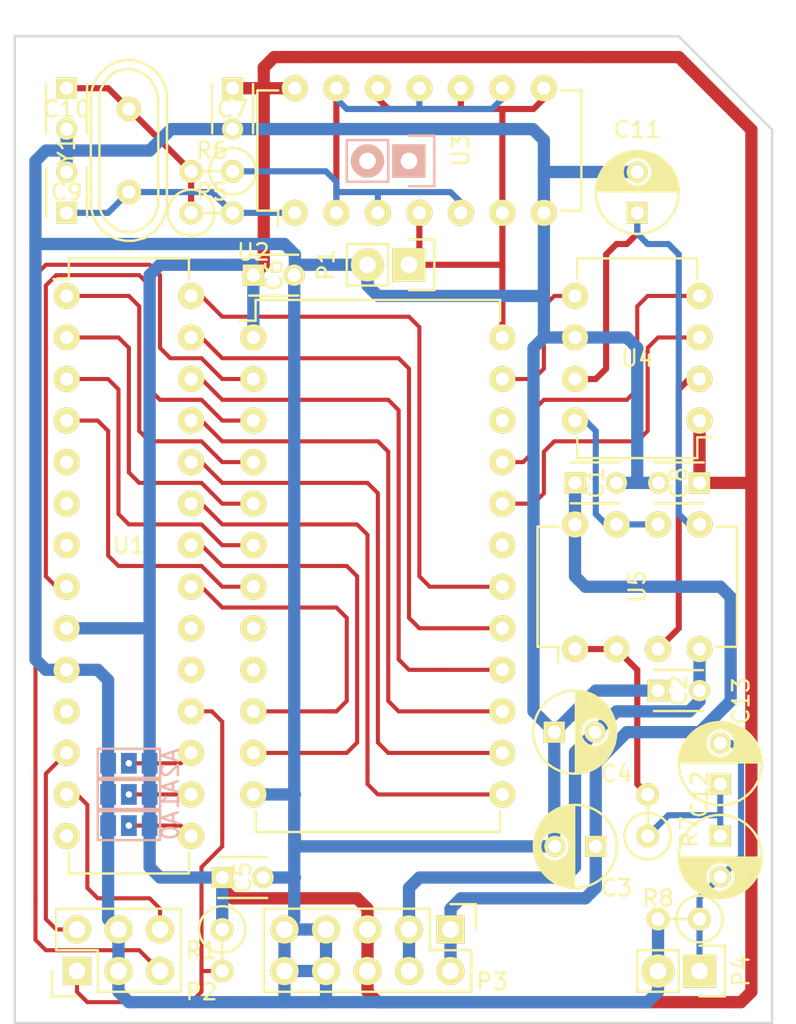
<source format=kicad_pcb>
(kicad_pcb (version 4) (host pcbnew 4.0.2+dfsg1-stable)

  (general
    (links 101)
    (no_connects 0)
    (area 13.552619 9.695713 62.56 72.465001)
    (thickness 1.6)
    (drawings 5)
    (tracks 444)
    (zones 0)
    (modules 32)
    (nets 43)
  )

  (page A4)
  (layers
    (0 F.Cu signal)
    (31 B.Cu signal)
    (32 B.Adhes user)
    (33 F.Adhes user)
    (34 B.Paste user)
    (35 F.Paste user)
    (36 B.SilkS user)
    (37 F.SilkS user)
    (38 B.Mask user)
    (39 F.Mask user)
    (40 Dwgs.User user)
    (41 Cmts.User user)
    (42 Eco1.User user)
    (43 Eco2.User user)
    (44 Edge.Cuts user)
    (45 Margin user)
    (46 B.CrtYd user)
    (47 F.CrtYd user)
    (48 B.Fab user)
    (49 F.Fab user)
  )

  (setup
    (last_trace_width 0.25)
    (user_trace_width 0.375)
    (user_trace_width 0.5)
    (user_trace_width 0.75)
    (user_trace_width 1)
    (user_trace_width 1.5)
    (user_trace_width 2)
    (trace_clearance 0.2)
    (zone_clearance 0.508)
    (zone_45_only no)
    (trace_min 0.2)
    (segment_width 0.2)
    (edge_width 0.15)
    (via_size 0.6)
    (via_drill 0.4)
    (via_min_size 0.4)
    (via_min_drill 0.3)
    (uvia_size 0.3)
    (uvia_drill 0.1)
    (uvias_allowed no)
    (uvia_min_size 0.2)
    (uvia_min_drill 0.1)
    (pcb_text_width 0.3)
    (pcb_text_size 1.5 1.5)
    (mod_edge_width 0.15)
    (mod_text_size 1 1)
    (mod_text_width 0.15)
    (pad_size 1.50114 1.50114)
    (pad_drill 0.8001)
    (pad_to_mask_clearance 0.2)
    (aux_axis_origin 0 0)
    (visible_elements FFFEFF7F)
    (pcbplotparams
      (layerselection 0x01030_00000000)
      (usegerberextensions false)
      (excludeedgelayer false)
      (linewidth 0.150000)
      (plotframeref true)
      (viasonmask false)
      (mode 1)
      (useauxorigin false)
      (hpglpennumber 1)
      (hpglpenspeed 20)
      (hpglpendiameter 15)
      (hpglpenoverlay 2)
      (psnegative false)
      (psa4output false)
      (plotreference true)
      (plotvalue false)
      (plotinvisibletext false)
      (padsonsilk false)
      (subtractmaskfromsilk false)
      (outputformat 3)
      (mirror false)
      (drillshape 0)
      (scaleselection 1)
      (outputdirectory /tmp/poop/))
  )

  (net 0 "")
  (net 1 +9VA)
  (net 2 GND)
  (net 3 -9VA)
  (net 4 +5V)
  (net 5 "Net-(C9-Pad1)")
  (net 6 "Net-(C10-Pad1)")
  (net 7 "Net-(C11-Pad1)")
  (net 8 "Net-(C12-Pad1)")
  (net 9 "Net-(C12-Pad2)")
  (net 10 /~RST)
  (net 11 /SCL)
  (net 12 /~IRQ)
  (net 13 /SDA)
  (net 14 "Net-(R6-Pad1)")
  (net 15 "Net-(R7-Pad2)")
  (net 16 "Net-(U1-Pad1)")
  (net 17 "Net-(U1-Pad2)")
  (net 18 "Net-(U1-Pad3)")
  (net 19 "Net-(U1-Pad4)")
  (net 20 "Net-(U1-Pad5)")
  (net 21 "Net-(U1-Pad6)")
  (net 22 "Net-(U1-Pad7)")
  (net 23 "Net-(U1-Pad8)")
  (net 24 "Net-(U1-Pad19)")
  (net 25 "Net-(U1-Pad20)")
  (net 26 "Net-(U1-Pad21)")
  (net 27 "Net-(U1-Pad22)")
  (net 28 "Net-(U1-Pad23)")
  (net 29 "Net-(U1-Pad24)")
  (net 30 "Net-(U1-Pad25)")
  (net 31 "Net-(U1-Pad26)")
  (net 32 "Net-(U1-Pad27)")
  (net 33 "Net-(U1-Pad28)")
  (net 34 "Net-(U2-Pad20)")
  (net 35 "Net-(U2-Pad21)")
  (net 36 "Net-(U2-Pad23)")
  (net 37 /Φ)
  (net 38 "Net-(U4-Pad2)")
  (net 39 "Net-(U4-Pad8)")
  (net 40 "Net-(A0-Pad2)")
  (net 41 "Net-(A1-Pad2)")
  (net 42 "Net-(A2-Pad2)")

  (net_class Default "This is the default net class."
    (clearance 0.2)
    (trace_width 0.25)
    (via_dia 0.6)
    (via_drill 0.4)
    (uvia_dia 0.3)
    (uvia_drill 0.1)
    (add_net +5V)
    (add_net +9VA)
    (add_net -9VA)
    (add_net /SCL)
    (add_net /SDA)
    (add_net /~IRQ)
    (add_net /~RST)
    (add_net /Φ)
    (add_net GND)
    (add_net "Net-(A0-Pad2)")
    (add_net "Net-(A1-Pad2)")
    (add_net "Net-(A2-Pad2)")
    (add_net "Net-(C10-Pad1)")
    (add_net "Net-(C11-Pad1)")
    (add_net "Net-(C12-Pad1)")
    (add_net "Net-(C12-Pad2)")
    (add_net "Net-(C9-Pad1)")
    (add_net "Net-(R6-Pad1)")
    (add_net "Net-(R7-Pad2)")
    (add_net "Net-(U1-Pad1)")
    (add_net "Net-(U1-Pad19)")
    (add_net "Net-(U1-Pad2)")
    (add_net "Net-(U1-Pad20)")
    (add_net "Net-(U1-Pad21)")
    (add_net "Net-(U1-Pad22)")
    (add_net "Net-(U1-Pad23)")
    (add_net "Net-(U1-Pad24)")
    (add_net "Net-(U1-Pad25)")
    (add_net "Net-(U1-Pad26)")
    (add_net "Net-(U1-Pad27)")
    (add_net "Net-(U1-Pad28)")
    (add_net "Net-(U1-Pad3)")
    (add_net "Net-(U1-Pad4)")
    (add_net "Net-(U1-Pad5)")
    (add_net "Net-(U1-Pad6)")
    (add_net "Net-(U1-Pad7)")
    (add_net "Net-(U1-Pad8)")
    (add_net "Net-(U2-Pad20)")
    (add_net "Net-(U2-Pad21)")
    (add_net "Net-(U2-Pad23)")
    (add_net "Net-(U4-Pad2)")
    (add_net "Net-(U4-Pad8)")
  )

  (module Housings_DIP:DIP-28_W7.62mm (layer F.Cu) (tedit 5F961221) (tstamp 5F948D1F)
    (at 17.78 27.94)
    (descr "28-lead dip package, row spacing 7.62 mm (300 mils)")
    (tags "dil dip 2.54 300")
    (path /5F9444BC)
    (fp_text reference U1 (at 3.81 15.24 180) (layer F.SilkS)
      (effects (font (size 1 1) (thickness 0.15)))
    )
    (fp_text value MCP23017 (at 0 -3.72) (layer F.Fab)
      (effects (font (size 1 1) (thickness 0.15)))
    )
    (fp_line (start -1.05 -2.45) (end -1.05 35.5) (layer F.CrtYd) (width 0.05))
    (fp_line (start 8.65 -2.45) (end 8.65 35.5) (layer F.CrtYd) (width 0.05))
    (fp_line (start -1.05 -2.45) (end 8.65 -2.45) (layer F.CrtYd) (width 0.05))
    (fp_line (start -1.05 35.5) (end 8.65 35.5) (layer F.CrtYd) (width 0.05))
    (fp_line (start 0.135 -2.295) (end 0.135 -1.025) (layer F.SilkS) (width 0.15))
    (fp_line (start 7.485 -2.295) (end 7.485 -1.025) (layer F.SilkS) (width 0.15))
    (fp_line (start 7.485 35.315) (end 7.485 34.045) (layer F.SilkS) (width 0.15))
    (fp_line (start 0.135 35.315) (end 0.135 34.045) (layer F.SilkS) (width 0.15))
    (fp_line (start 0.135 -2.295) (end 7.485 -2.295) (layer F.SilkS) (width 0.15))
    (fp_line (start 0.135 35.315) (end 7.485 35.315) (layer F.SilkS) (width 0.15))
    (fp_line (start 0.135 -1.025) (end -0.8 -1.025) (layer F.SilkS) (width 0.15))
    (pad 1 thru_hole oval (at 0 0) (size 1.6 1.6) (drill 0.8) (layers *.Cu *.Mask F.SilkS)
      (net 16 "Net-(U1-Pad1)"))
    (pad 2 thru_hole oval (at 0 2.54) (size 1.6 1.6) (drill 0.8) (layers *.Cu *.Mask F.SilkS)
      (net 17 "Net-(U1-Pad2)"))
    (pad 3 thru_hole oval (at 0 5.08) (size 1.6 1.6) (drill 0.8) (layers *.Cu *.Mask F.SilkS)
      (net 18 "Net-(U1-Pad3)"))
    (pad 4 thru_hole oval (at 0 7.62) (size 1.6 1.6) (drill 0.8) (layers *.Cu *.Mask F.SilkS)
      (net 19 "Net-(U1-Pad4)"))
    (pad 5 thru_hole oval (at 0 10.16) (size 1.6 1.6) (drill 0.8) (layers *.Cu *.Mask F.SilkS)
      (net 20 "Net-(U1-Pad5)"))
    (pad 6 thru_hole oval (at 0 12.7) (size 1.6 1.6) (drill 0.8) (layers *.Cu *.Mask F.SilkS)
      (net 21 "Net-(U1-Pad6)"))
    (pad 7 thru_hole oval (at 0 15.24) (size 1.6 1.6) (drill 0.8) (layers *.Cu *.Mask F.SilkS)
      (net 22 "Net-(U1-Pad7)"))
    (pad 8 thru_hole oval (at 0 17.78) (size 1.6 1.6) (drill 0.8) (layers *.Cu *.Mask F.SilkS)
      (net 23 "Net-(U1-Pad8)"))
    (pad 9 thru_hole oval (at 0 20.32) (size 1.6 1.6) (drill 0.8) (layers *.Cu *.Mask F.SilkS)
      (net 4 +5V))
    (pad 10 thru_hole oval (at 0 22.86) (size 1.6 1.6) (drill 0.8) (layers *.Cu *.Mask F.SilkS)
      (net 2 GND))
    (pad 11 thru_hole oval (at 0 25.4) (size 1.6 1.6) (drill 0.8) (layers *.Cu *.Mask F.SilkS))
    (pad 12 thru_hole oval (at 0 27.94) (size 1.6 1.6) (drill 0.8) (layers *.Cu *.Mask F.SilkS)
      (net 11 /SCL))
    (pad 13 thru_hole oval (at 0 30.48) (size 1.6 1.6) (drill 0.8) (layers *.Cu *.Mask F.SilkS)
      (net 13 /SDA))
    (pad 14 thru_hole oval (at 0 33.02) (size 1.6 1.6) (drill 0.8) (layers *.Cu *.Mask F.SilkS))
    (pad 15 thru_hole oval (at 7.62 33.02) (size 1.6 1.6) (drill 0.8) (layers *.Cu *.Mask F.SilkS)
      (net 40 "Net-(A0-Pad2)"))
    (pad 16 thru_hole oval (at 7.62 30.48) (size 1.6 1.6) (drill 0.8) (layers *.Cu *.Mask F.SilkS)
      (net 41 "Net-(A1-Pad2)"))
    (pad 17 thru_hole oval (at 7.62 27.94) (size 1.6 1.6) (drill 0.8) (layers *.Cu *.Mask F.SilkS)
      (net 42 "Net-(A2-Pad2)"))
    (pad 18 thru_hole oval (at 7.62 25.4) (size 1.6 1.6) (drill 0.8) (layers *.Cu *.Mask F.SilkS)
      (net 10 /~RST))
    (pad 19 thru_hole oval (at 7.62 22.86) (size 1.6 1.6) (drill 0.8) (layers *.Cu *.Mask F.SilkS)
      (net 24 "Net-(U1-Pad19)"))
    (pad 20 thru_hole oval (at 7.62 20.32) (size 1.6 1.6) (drill 0.8) (layers *.Cu *.Mask F.SilkS)
      (net 25 "Net-(U1-Pad20)"))
    (pad 21 thru_hole oval (at 7.62 17.78) (size 1.6 1.6) (drill 0.8) (layers *.Cu *.Mask F.SilkS)
      (net 26 "Net-(U1-Pad21)"))
    (pad 22 thru_hole oval (at 7.62 15.24) (size 1.6 1.6) (drill 0.8) (layers *.Cu *.Mask F.SilkS)
      (net 27 "Net-(U1-Pad22)"))
    (pad 23 thru_hole oval (at 7.62 12.7) (size 1.6 1.6) (drill 0.8) (layers *.Cu *.Mask F.SilkS)
      (net 28 "Net-(U1-Pad23)"))
    (pad 24 thru_hole oval (at 7.62 10.16) (size 1.6 1.6) (drill 0.8) (layers *.Cu *.Mask F.SilkS)
      (net 29 "Net-(U1-Pad24)"))
    (pad 25 thru_hole oval (at 7.62 7.62) (size 1.6 1.6) (drill 0.8) (layers *.Cu *.Mask F.SilkS)
      (net 30 "Net-(U1-Pad25)"))
    (pad 26 thru_hole oval (at 7.62 5.08) (size 1.6 1.6) (drill 0.8) (layers *.Cu *.Mask F.SilkS)
      (net 31 "Net-(U1-Pad26)"))
    (pad 27 thru_hole oval (at 7.62 2.54) (size 1.6 1.6) (drill 0.8) (layers *.Cu *.Mask F.SilkS)
      (net 32 "Net-(U1-Pad27)"))
    (pad 28 thru_hole oval (at 7.62 0) (size 1.6 1.6) (drill 0.8) (layers *.Cu *.Mask F.SilkS)
      (net 33 "Net-(U1-Pad28)"))
    (model Housings_DIP.3dshapes/DIP-28_W7.62mm.wrl
      (at (xyz 0 0 0))
      (scale (xyz 1 1 1))
      (rotate (xyz 0 0 0))
    )
  )

  (module Housings_DIP:DIP-14_W7.62mm (layer F.Cu) (tedit 5F99B32B) (tstamp 5F948D4D)
    (at 31.75 22.86 90)
    (descr "14-lead dip package, row spacing 7.62 mm (300 mils)")
    (tags "dil dip 2.54 300")
    (path /5F94B359)
    (fp_text reference U3 (at 3.81 10.16 90) (layer F.SilkS)
      (effects (font (size 1 1) (thickness 0.15)))
    )
    (fp_text value 74HC14 (at 0 -3.72 90) (layer F.Fab)
      (effects (font (size 1 1) (thickness 0.15)))
    )
    (fp_line (start -1.05 -2.45) (end -1.05 17.7) (layer F.CrtYd) (width 0.05))
    (fp_line (start 8.65 -2.45) (end 8.65 17.7) (layer F.CrtYd) (width 0.05))
    (fp_line (start -1.05 -2.45) (end 8.65 -2.45) (layer F.CrtYd) (width 0.05))
    (fp_line (start -1.05 17.7) (end 8.65 17.7) (layer F.CrtYd) (width 0.05))
    (fp_line (start 0.135 -2.295) (end 0.135 -1.025) (layer F.SilkS) (width 0.15))
    (fp_line (start 7.485 -2.295) (end 7.485 -1.025) (layer F.SilkS) (width 0.15))
    (fp_line (start 7.485 17.535) (end 7.485 16.265) (layer F.SilkS) (width 0.15))
    (fp_line (start 0.135 17.535) (end 0.135 16.265) (layer F.SilkS) (width 0.15))
    (fp_line (start 0.135 -2.295) (end 7.485 -2.295) (layer F.SilkS) (width 0.15))
    (fp_line (start 0.135 17.535) (end 7.485 17.535) (layer F.SilkS) (width 0.15))
    (fp_line (start 0.135 -1.025) (end -0.8 -1.025) (layer F.SilkS) (width 0.15))
    (pad 1 thru_hole oval (at 0 0 90) (size 1.6 1.6) (drill 0.8) (layers *.Cu *.Mask F.SilkS)
      (net 5 "Net-(C9-Pad1)"))
    (pad 2 thru_hole oval (at 0 2.54 90) (size 1.6 1.6) (drill 0.8) (layers *.Cu *.Mask F.SilkS)
      (net 14 "Net-(R6-Pad1)"))
    (pad 3 thru_hole oval (at 0 5.08 90) (size 1.6 1.6) (drill 0.8) (layers *.Cu *.Mask F.SilkS)
      (net 14 "Net-(R6-Pad1)"))
    (pad 4 thru_hole oval (at 0 7.62 90) (size 1.6 1.6) (drill 0.8) (layers *.Cu *.Mask F.SilkS)
      (net 37 /Φ))
    (pad 5 thru_hole oval (at 0 10.16 90) (size 1.6 1.6) (drill 0.8) (layers *.Cu *.Mask F.SilkS)
      (net 14 "Net-(R6-Pad1)"))
    (pad 6 thru_hole oval (at 0 12.7 90) (size 1.6 1.6) (drill 0.8) (layers *.Cu *.Mask F.SilkS)
      (net 37 /Φ))
    (pad 7 thru_hole oval (at 0 15.24 90) (size 1.6 1.6) (drill 0.8) (layers *.Cu *.Mask F.SilkS)
      (net 2 GND))
    (pad 8 thru_hole oval (at 7.62 15.24 90) (size 1.6 1.6) (drill 0.8) (layers *.Cu *.Mask F.SilkS)
      (net 37 /Φ))
    (pad 9 thru_hole oval (at 7.62 12.7 90) (size 1.6 1.6) (drill 0.8) (layers *.Cu *.Mask F.SilkS)
      (net 14 "Net-(R6-Pad1)"))
    (pad 10 thru_hole oval (at 7.62 10.16 90) (size 1.6 1.6) (drill 0.8) (layers *.Cu *.Mask F.SilkS)
      (net 37 /Φ))
    (pad 11 thru_hole oval (at 7.62 7.62 90) (size 1.6 1.6) (drill 0.8) (layers *.Cu *.Mask F.SilkS)
      (net 14 "Net-(R6-Pad1)"))
    (pad 12 thru_hole oval (at 7.62 5.08 90) (size 1.6 1.6) (drill 0.8) (layers *.Cu *.Mask F.SilkS)
      (net 37 /Φ))
    (pad 13 thru_hole oval (at 7.62 2.54 90) (size 1.6 1.6) (drill 0.8) (layers *.Cu *.Mask F.SilkS)
      (net 14 "Net-(R6-Pad1)"))
    (pad 14 thru_hole oval (at 7.62 0 90) (size 1.6 1.6) (drill 0.8) (layers *.Cu *.Mask F.SilkS)
      (net 4 +5V))
    (model Housings_DIP.3dshapes/DIP-14_W7.62mm.wrl
      (at (xyz 0 0 0))
      (scale (xyz 1 1 1))
      (rotate (xyz 0 0 0))
    )
  )

  (module Discret:R1 (layer F.Cu) (tedit 5F969967) (tstamp 5F948CED)
    (at 26.67 22.86)
    (descr "Resistance verticale")
    (tags R)
    (path /5F94C389)
    (fp_text reference R5 (at 0 -1.27 180) (layer F.SilkS)
      (effects (font (size 1 1) (thickness 0.15)))
    )
    (fp_text value 1M (at -1.143 2.54) (layer F.Fab)
      (effects (font (size 1 1) (thickness 0.15)))
    )
    (fp_line (start -1.27 0) (end 1.27 0) (layer F.SilkS) (width 0.15))
    (fp_circle (center -1.27 0) (end -0.635 1.27) (layer F.SilkS) (width 0.15))
    (pad 1 thru_hole circle (at -1.27 0) (size 1.397 1.397) (drill 0.8128) (layers *.Cu *.Mask F.SilkS)
      (net 6 "Net-(C10-Pad1)"))
    (pad 2 thru_hole circle (at 1.27 0) (size 1.397 1.397) (drill 0.8128) (layers *.Cu *.Mask F.SilkS)
      (net 5 "Net-(C9-Pad1)"))
    (model Discret.3dshapes/R1.wrl
      (at (xyz 0 0 0))
      (scale (xyz 1 1 1))
      (rotate (xyz 0 0 0))
    )
  )

  (module Capacitors_ThroughHole:C_Disc_D3_P2.5 (layer F.Cu) (tedit 5F96C27C) (tstamp 5F948C5F)
    (at 48.895 39.37)
    (descr "Capacitor 3mm Disc, Pitch 2.5mm")
    (tags Capacitor)
    (path /5F968BFC)
    (fp_text reference C1 (at 1.27 0 90) (layer F.SilkS)
      (effects (font (size 1 1) (thickness 0.15)))
    )
    (fp_text value 100n (at 1.25 2.5) (layer F.Fab)
      (effects (font (size 1 1) (thickness 0.15)))
    )
    (fp_line (start -0.9 -1.5) (end 3.4 -1.5) (layer F.CrtYd) (width 0.05))
    (fp_line (start 3.4 -1.5) (end 3.4 1.5) (layer F.CrtYd) (width 0.05))
    (fp_line (start 3.4 1.5) (end -0.9 1.5) (layer F.CrtYd) (width 0.05))
    (fp_line (start -0.9 1.5) (end -0.9 -1.5) (layer F.CrtYd) (width 0.05))
    (fp_line (start -0.25 -1.25) (end 2.75 -1.25) (layer F.SilkS) (width 0.15))
    (fp_line (start 2.75 1.25) (end -0.25 1.25) (layer F.SilkS) (width 0.15))
    (pad 1 thru_hole rect (at 0 0) (size 1.3 1.3) (drill 0.8) (layers *.Cu *.Mask F.SilkS)
      (net 1 +9VA))
    (pad 2 thru_hole circle (at 2.54 0) (size 1.3 1.3) (drill 0.8001) (layers *.Cu *.Mask F.SilkS)
      (net 2 GND))
    (model Capacitors_ThroughHole.3dshapes/C_Disc_D3_P2.5.wrl
      (at (xyz 0.0492126 0 0))
      (scale (xyz 1 1 1))
      (rotate (xyz 0 0 0))
    )
  )

  (module Capacitors_ThroughHole:C_Disc_D3_P2.5 (layer F.Cu) (tedit 5F96C27F) (tstamp 5F948C65)
    (at 53.975 52.07)
    (descr "Capacitor 3mm Disc, Pitch 2.5mm")
    (tags Capacitor)
    (path /5F968CBA)
    (fp_text reference C2 (at 1.27 0 270) (layer F.SilkS)
      (effects (font (size 1 1) (thickness 0.15)))
    )
    (fp_text value 100n (at 1.25 2.5) (layer F.Fab)
      (effects (font (size 1 1) (thickness 0.15)))
    )
    (fp_line (start -0.9 -1.5) (end 3.4 -1.5) (layer F.CrtYd) (width 0.05))
    (fp_line (start 3.4 -1.5) (end 3.4 1.5) (layer F.CrtYd) (width 0.05))
    (fp_line (start 3.4 1.5) (end -0.9 1.5) (layer F.CrtYd) (width 0.05))
    (fp_line (start -0.9 1.5) (end -0.9 -1.5) (layer F.CrtYd) (width 0.05))
    (fp_line (start -0.25 -1.25) (end 2.75 -1.25) (layer F.SilkS) (width 0.15))
    (fp_line (start 2.75 1.25) (end -0.25 1.25) (layer F.SilkS) (width 0.15))
    (pad 1 thru_hole rect (at 0 0) (size 1.3 1.3) (drill 0.8) (layers *.Cu *.Mask F.SilkS)
      (net 2 GND))
    (pad 2 thru_hole circle (at 2.54 0) (size 1.3 1.3) (drill 0.8001) (layers *.Cu *.Mask F.SilkS)
      (net 3 -9VA))
    (model Capacitors_ThroughHole.3dshapes/C_Disc_D3_P2.5.wrl
      (at (xyz 0.0492126 0 0))
      (scale (xyz 1 1 1))
      (rotate (xyz 0 0 0))
    )
  )

  (module Capacitors_ThroughHole:C_Radial_D5_L6_P2.5 (layer F.Cu) (tedit 5F96BED1) (tstamp 5F948C6B)
    (at 50.165 61.595 180)
    (descr "Radial Electrolytic Capacitor Diameter 5mm x Length 6mm, Pitch 2.5mm")
    (tags "Electrolytic Capacitor")
    (path /5F9699D5)
    (fp_text reference C3 (at -1.27 -2.54 360) (layer F.SilkS)
      (effects (font (size 1 1) (thickness 0.15)))
    )
    (fp_text value 10u (at 1.25 3.8 180) (layer F.Fab)
      (effects (font (size 1 1) (thickness 0.15)))
    )
    (fp_line (start 1.325 -2.499) (end 1.325 2.499) (layer F.SilkS) (width 0.15))
    (fp_line (start 1.465 -2.491) (end 1.465 2.491) (layer F.SilkS) (width 0.15))
    (fp_line (start 1.605 -2.475) (end 1.605 -0.095) (layer F.SilkS) (width 0.15))
    (fp_line (start 1.605 0.095) (end 1.605 2.475) (layer F.SilkS) (width 0.15))
    (fp_line (start 1.745 -2.451) (end 1.745 -0.49) (layer F.SilkS) (width 0.15))
    (fp_line (start 1.745 0.49) (end 1.745 2.451) (layer F.SilkS) (width 0.15))
    (fp_line (start 1.885 -2.418) (end 1.885 -0.657) (layer F.SilkS) (width 0.15))
    (fp_line (start 1.885 0.657) (end 1.885 2.418) (layer F.SilkS) (width 0.15))
    (fp_line (start 2.025 -2.377) (end 2.025 -0.764) (layer F.SilkS) (width 0.15))
    (fp_line (start 2.025 0.764) (end 2.025 2.377) (layer F.SilkS) (width 0.15))
    (fp_line (start 2.165 -2.327) (end 2.165 -0.835) (layer F.SilkS) (width 0.15))
    (fp_line (start 2.165 0.835) (end 2.165 2.327) (layer F.SilkS) (width 0.15))
    (fp_line (start 2.305 -2.266) (end 2.305 -0.879) (layer F.SilkS) (width 0.15))
    (fp_line (start 2.305 0.879) (end 2.305 2.266) (layer F.SilkS) (width 0.15))
    (fp_line (start 2.445 -2.196) (end 2.445 -0.898) (layer F.SilkS) (width 0.15))
    (fp_line (start 2.445 0.898) (end 2.445 2.196) (layer F.SilkS) (width 0.15))
    (fp_line (start 2.585 -2.114) (end 2.585 -0.896) (layer F.SilkS) (width 0.15))
    (fp_line (start 2.585 0.896) (end 2.585 2.114) (layer F.SilkS) (width 0.15))
    (fp_line (start 2.725 -2.019) (end 2.725 -0.871) (layer F.SilkS) (width 0.15))
    (fp_line (start 2.725 0.871) (end 2.725 2.019) (layer F.SilkS) (width 0.15))
    (fp_line (start 2.865 -1.908) (end 2.865 -0.823) (layer F.SilkS) (width 0.15))
    (fp_line (start 2.865 0.823) (end 2.865 1.908) (layer F.SilkS) (width 0.15))
    (fp_line (start 3.005 -1.78) (end 3.005 -0.745) (layer F.SilkS) (width 0.15))
    (fp_line (start 3.005 0.745) (end 3.005 1.78) (layer F.SilkS) (width 0.15))
    (fp_line (start 3.145 -1.631) (end 3.145 -0.628) (layer F.SilkS) (width 0.15))
    (fp_line (start 3.145 0.628) (end 3.145 1.631) (layer F.SilkS) (width 0.15))
    (fp_line (start 3.285 -1.452) (end 3.285 -0.44) (layer F.SilkS) (width 0.15))
    (fp_line (start 3.285 0.44) (end 3.285 1.452) (layer F.SilkS) (width 0.15))
    (fp_line (start 3.425 -1.233) (end 3.425 1.233) (layer F.SilkS) (width 0.15))
    (fp_line (start 3.565 -0.944) (end 3.565 0.944) (layer F.SilkS) (width 0.15))
    (fp_line (start 3.705 -0.472) (end 3.705 0.472) (layer F.SilkS) (width 0.15))
    (fp_circle (center 2.5 0) (end 2.5 -0.9) (layer F.SilkS) (width 0.15))
    (fp_circle (center 1.25 0) (end 1.25 -2.5375) (layer F.SilkS) (width 0.15))
    (fp_circle (center 1.25 0) (end 1.25 -2.8) (layer F.CrtYd) (width 0.05))
    (pad 1 thru_hole rect (at 0 0 180) (size 1.3 1.3) (drill 0.8) (layers *.Cu *.Mask F.SilkS)
      (net 1 +9VA))
    (pad 2 thru_hole circle (at 2.5 0 180) (size 1.3 1.3) (drill 0.8) (layers *.Cu *.Mask F.SilkS)
      (net 2 GND))
    (model Capacitors_ThroughHole.3dshapes/C_Radial_D5_L6_P2.5.wrl
      (at (xyz 0.0492126 0 0))
      (scale (xyz 1 1 1))
      (rotate (xyz 0 0 90))
    )
  )

  (module Capacitors_ThroughHole:C_Radial_D5_L6_P2.5 (layer F.Cu) (tedit 5F96BEDC) (tstamp 5F948C71)
    (at 47.625 54.61)
    (descr "Radial Electrolytic Capacitor Diameter 5mm x Length 6mm, Pitch 2.5mm")
    (tags "Electrolytic Capacitor")
    (path /5F969B9D)
    (fp_text reference C4 (at 3.81 2.54 180) (layer F.SilkS)
      (effects (font (size 1 1) (thickness 0.15)))
    )
    (fp_text value 10u (at 1.25 3.8) (layer F.Fab)
      (effects (font (size 1 1) (thickness 0.15)))
    )
    (fp_line (start 1.325 -2.499) (end 1.325 2.499) (layer F.SilkS) (width 0.15))
    (fp_line (start 1.465 -2.491) (end 1.465 2.491) (layer F.SilkS) (width 0.15))
    (fp_line (start 1.605 -2.475) (end 1.605 -0.095) (layer F.SilkS) (width 0.15))
    (fp_line (start 1.605 0.095) (end 1.605 2.475) (layer F.SilkS) (width 0.15))
    (fp_line (start 1.745 -2.451) (end 1.745 -0.49) (layer F.SilkS) (width 0.15))
    (fp_line (start 1.745 0.49) (end 1.745 2.451) (layer F.SilkS) (width 0.15))
    (fp_line (start 1.885 -2.418) (end 1.885 -0.657) (layer F.SilkS) (width 0.15))
    (fp_line (start 1.885 0.657) (end 1.885 2.418) (layer F.SilkS) (width 0.15))
    (fp_line (start 2.025 -2.377) (end 2.025 -0.764) (layer F.SilkS) (width 0.15))
    (fp_line (start 2.025 0.764) (end 2.025 2.377) (layer F.SilkS) (width 0.15))
    (fp_line (start 2.165 -2.327) (end 2.165 -0.835) (layer F.SilkS) (width 0.15))
    (fp_line (start 2.165 0.835) (end 2.165 2.327) (layer F.SilkS) (width 0.15))
    (fp_line (start 2.305 -2.266) (end 2.305 -0.879) (layer F.SilkS) (width 0.15))
    (fp_line (start 2.305 0.879) (end 2.305 2.266) (layer F.SilkS) (width 0.15))
    (fp_line (start 2.445 -2.196) (end 2.445 -0.898) (layer F.SilkS) (width 0.15))
    (fp_line (start 2.445 0.898) (end 2.445 2.196) (layer F.SilkS) (width 0.15))
    (fp_line (start 2.585 -2.114) (end 2.585 -0.896) (layer F.SilkS) (width 0.15))
    (fp_line (start 2.585 0.896) (end 2.585 2.114) (layer F.SilkS) (width 0.15))
    (fp_line (start 2.725 -2.019) (end 2.725 -0.871) (layer F.SilkS) (width 0.15))
    (fp_line (start 2.725 0.871) (end 2.725 2.019) (layer F.SilkS) (width 0.15))
    (fp_line (start 2.865 -1.908) (end 2.865 -0.823) (layer F.SilkS) (width 0.15))
    (fp_line (start 2.865 0.823) (end 2.865 1.908) (layer F.SilkS) (width 0.15))
    (fp_line (start 3.005 -1.78) (end 3.005 -0.745) (layer F.SilkS) (width 0.15))
    (fp_line (start 3.005 0.745) (end 3.005 1.78) (layer F.SilkS) (width 0.15))
    (fp_line (start 3.145 -1.631) (end 3.145 -0.628) (layer F.SilkS) (width 0.15))
    (fp_line (start 3.145 0.628) (end 3.145 1.631) (layer F.SilkS) (width 0.15))
    (fp_line (start 3.285 -1.452) (end 3.285 -0.44) (layer F.SilkS) (width 0.15))
    (fp_line (start 3.285 0.44) (end 3.285 1.452) (layer F.SilkS) (width 0.15))
    (fp_line (start 3.425 -1.233) (end 3.425 1.233) (layer F.SilkS) (width 0.15))
    (fp_line (start 3.565 -0.944) (end 3.565 0.944) (layer F.SilkS) (width 0.15))
    (fp_line (start 3.705 -0.472) (end 3.705 0.472) (layer F.SilkS) (width 0.15))
    (fp_circle (center 2.5 0) (end 2.5 -0.9) (layer F.SilkS) (width 0.15))
    (fp_circle (center 1.25 0) (end 1.25 -2.5375) (layer F.SilkS) (width 0.15))
    (fp_circle (center 1.25 0) (end 1.25 -2.8) (layer F.CrtYd) (width 0.05))
    (pad 1 thru_hole rect (at 0 0) (size 1.3 1.3) (drill 0.8) (layers *.Cu *.Mask F.SilkS)
      (net 2 GND))
    (pad 2 thru_hole circle (at 2.5 0) (size 1.3 1.3) (drill 0.8) (layers *.Cu *.Mask F.SilkS)
      (net 3 -9VA))
    (model Capacitors_ThroughHole.3dshapes/C_Radial_D5_L6_P2.5.wrl
      (at (xyz 0.0492126 0 0))
      (scale (xyz 1 1 1))
      (rotate (xyz 0 0 90))
    )
  )

  (module Capacitors_ThroughHole:C_Disc_D3_P2.5 (layer F.Cu) (tedit 5F96A8F5) (tstamp 5F948C77)
    (at 27.305 63.5)
    (descr "Capacitor 3mm Disc, Pitch 2.5mm")
    (tags Capacitor)
    (path /5F96297A)
    (fp_text reference C5 (at 1.27 0 90) (layer F.SilkS)
      (effects (font (size 1 1) (thickness 0.15)))
    )
    (fp_text value 100n (at 1.25 2.5) (layer F.Fab)
      (effects (font (size 1 1) (thickness 0.15)))
    )
    (fp_line (start -0.9 -1.5) (end 3.4 -1.5) (layer F.CrtYd) (width 0.05))
    (fp_line (start 3.4 -1.5) (end 3.4 1.5) (layer F.CrtYd) (width 0.05))
    (fp_line (start 3.4 1.5) (end -0.9 1.5) (layer F.CrtYd) (width 0.05))
    (fp_line (start -0.9 1.5) (end -0.9 -1.5) (layer F.CrtYd) (width 0.05))
    (fp_line (start -0.25 -1.25) (end 2.75 -1.25) (layer F.SilkS) (width 0.15))
    (fp_line (start 2.75 1.25) (end -0.25 1.25) (layer F.SilkS) (width 0.15))
    (pad 1 thru_hole rect (at 0 0) (size 1.3 1.3) (drill 0.8) (layers *.Cu *.Mask F.SilkS)
      (net 4 +5V))
    (pad 2 thru_hole circle (at 2.5 0) (size 1.3 1.3) (drill 0.8001) (layers *.Cu *.Mask F.SilkS)
      (net 2 GND))
    (model Capacitors_ThroughHole.3dshapes/C_Disc_D3_P2.5.wrl
      (at (xyz 0.0492126 0 0))
      (scale (xyz 1 1 1))
      (rotate (xyz 0 0 0))
    )
  )

  (module Capacitors_ThroughHole:C_Disc_D3_P2.5 (layer F.Cu) (tedit 5F969BF8) (tstamp 5F948C7D)
    (at 29.21 26.67)
    (descr "Capacitor 3mm Disc, Pitch 2.5mm")
    (tags Capacitor)
    (path /5F962C1F)
    (fp_text reference C6 (at 1.27 0 90) (layer F.SilkS)
      (effects (font (size 1 1) (thickness 0.15)))
    )
    (fp_text value 100n (at 1.25 2.5) (layer F.Fab)
      (effects (font (size 1 1) (thickness 0.15)))
    )
    (fp_line (start -0.9 -1.5) (end 3.4 -1.5) (layer F.CrtYd) (width 0.05))
    (fp_line (start 3.4 -1.5) (end 3.4 1.5) (layer F.CrtYd) (width 0.05))
    (fp_line (start 3.4 1.5) (end -0.9 1.5) (layer F.CrtYd) (width 0.05))
    (fp_line (start -0.9 1.5) (end -0.9 -1.5) (layer F.CrtYd) (width 0.05))
    (fp_line (start -0.25 -1.25) (end 2.75 -1.25) (layer F.SilkS) (width 0.15))
    (fp_line (start 2.75 1.25) (end -0.25 1.25) (layer F.SilkS) (width 0.15))
    (pad 1 thru_hole rect (at 0 0) (size 1.3 1.3) (drill 0.8) (layers *.Cu *.Mask F.SilkS)
      (net 4 +5V))
    (pad 2 thru_hole circle (at 2.5 0) (size 1.3 1.3) (drill 0.8001) (layers *.Cu *.Mask F.SilkS)
      (net 2 GND))
    (model Capacitors_ThroughHole.3dshapes/C_Disc_D3_P2.5.wrl
      (at (xyz 0.0492126 0 0))
      (scale (xyz 1 1 1))
      (rotate (xyz 0 0 0))
    )
  )

  (module Capacitors_ThroughHole:C_Disc_D3_P2.5 (layer F.Cu) (tedit 5F96993A) (tstamp 5F948C83)
    (at 27.94 15.24 270)
    (descr "Capacitor 3mm Disc, Pitch 2.5mm")
    (tags Capacitor)
    (path /5F962C9F)
    (fp_text reference C7 (at 1.27 0 540) (layer F.SilkS)
      (effects (font (size 1 1) (thickness 0.15)))
    )
    (fp_text value 100n (at 1.25 2.5 270) (layer F.Fab)
      (effects (font (size 1 1) (thickness 0.15)))
    )
    (fp_line (start -0.9 -1.5) (end 3.4 -1.5) (layer F.CrtYd) (width 0.05))
    (fp_line (start 3.4 -1.5) (end 3.4 1.5) (layer F.CrtYd) (width 0.05))
    (fp_line (start 3.4 1.5) (end -0.9 1.5) (layer F.CrtYd) (width 0.05))
    (fp_line (start -0.9 1.5) (end -0.9 -1.5) (layer F.CrtYd) (width 0.05))
    (fp_line (start -0.25 -1.25) (end 2.75 -1.25) (layer F.SilkS) (width 0.15))
    (fp_line (start 2.75 1.25) (end -0.25 1.25) (layer F.SilkS) (width 0.15))
    (pad 1 thru_hole rect (at 0 0 270) (size 1.3 1.3) (drill 0.8) (layers *.Cu *.Mask F.SilkS)
      (net 4 +5V))
    (pad 2 thru_hole circle (at 2.5 0 270) (size 1.3 1.3) (drill 0.8001) (layers *.Cu *.Mask F.SilkS)
      (net 2 GND))
    (model Capacitors_ThroughHole.3dshapes/C_Disc_D3_P2.5.wrl
      (at (xyz 0.0492126 0 0))
      (scale (xyz 1 1 1))
      (rotate (xyz 0 0 0))
    )
  )

  (module Capacitors_ThroughHole:C_Disc_D3_P2.5 (layer F.Cu) (tedit 5F96BCDB) (tstamp 5F948C89)
    (at 56.515 39.37 180)
    (descr "Capacitor 3mm Disc, Pitch 2.5mm")
    (tags Capacitor)
    (path /5F962BAE)
    (fp_text reference C8 (at 1.27 0 270) (layer F.SilkS)
      (effects (font (size 1 1) (thickness 0.15)))
    )
    (fp_text value 100n (at 1.25 2.5 180) (layer F.Fab)
      (effects (font (size 1 1) (thickness 0.15)))
    )
    (fp_line (start -0.9 -1.5) (end 3.4 -1.5) (layer F.CrtYd) (width 0.05))
    (fp_line (start 3.4 -1.5) (end 3.4 1.5) (layer F.CrtYd) (width 0.05))
    (fp_line (start 3.4 1.5) (end -0.9 1.5) (layer F.CrtYd) (width 0.05))
    (fp_line (start -0.9 1.5) (end -0.9 -1.5) (layer F.CrtYd) (width 0.05))
    (fp_line (start -0.25 -1.25) (end 2.75 -1.25) (layer F.SilkS) (width 0.15))
    (fp_line (start 2.75 1.25) (end -0.25 1.25) (layer F.SilkS) (width 0.15))
    (pad 1 thru_hole rect (at 0 0 180) (size 1.3 1.3) (drill 0.8) (layers *.Cu *.Mask F.SilkS)
      (net 4 +5V))
    (pad 2 thru_hole circle (at 2.5 0 180) (size 1.3 1.3) (drill 0.8001) (layers *.Cu *.Mask F.SilkS)
      (net 2 GND))
    (model Capacitors_ThroughHole.3dshapes/C_Disc_D3_P2.5.wrl
      (at (xyz 0.0492126 0 0))
      (scale (xyz 1 1 1))
      (rotate (xyz 0 0 0))
    )
  )

  (module Capacitors_ThroughHole:C_Disc_D3_P2.5 (layer F.Cu) (tedit 5F99AACF) (tstamp 5F948C8F)
    (at 17.78 22.86 90)
    (descr "Capacitor 3mm Disc, Pitch 2.5mm")
    (tags Capacitor)
    (path /5F94C85B)
    (fp_text reference C9 (at 1.27 0 180) (layer F.SilkS)
      (effects (font (size 1 1) (thickness 0.15)))
    )
    (fp_text value 22p (at 1.25 2.5 90) (layer F.Fab)
      (effects (font (size 1 1) (thickness 0.15)))
    )
    (fp_line (start -0.9 -1.5) (end 3.4 -1.5) (layer F.CrtYd) (width 0.05))
    (fp_line (start 3.4 -1.5) (end 3.4 1.5) (layer F.CrtYd) (width 0.05))
    (fp_line (start 3.4 1.5) (end -0.9 1.5) (layer F.CrtYd) (width 0.05))
    (fp_line (start -0.9 1.5) (end -0.9 -1.5) (layer F.CrtYd) (width 0.05))
    (fp_line (start -0.25 -1.25) (end 2.75 -1.25) (layer F.SilkS) (width 0.15))
    (fp_line (start 2.75 1.25) (end -0.25 1.25) (layer F.SilkS) (width 0.15))
    (pad 1 thru_hole rect (at 0 0 90) (size 1.3 1.3) (drill 0.8) (layers *.Cu *.Mask F.SilkS)
      (net 5 "Net-(C9-Pad1)"))
    (pad 2 thru_hole circle (at 2.5 0 90) (size 1.3 1.3) (drill 0.8001) (layers *.Cu *.Mask F.SilkS)
      (net 2 GND))
    (model Capacitors_ThroughHole.3dshapes/C_Disc_D3_P2.5.wrl
      (at (xyz 0.0492126 0 0))
      (scale (xyz 1 1 1))
      (rotate (xyz 0 0 0))
    )
  )

  (module Capacitors_ThroughHole:C_Disc_D3_P2.5 (layer F.Cu) (tedit 5F99AACD) (tstamp 5F948C95)
    (at 17.78 15.24 270)
    (descr "Capacitor 3mm Disc, Pitch 2.5mm")
    (tags Capacitor)
    (path /5F94C929)
    (fp_text reference C10 (at 1.27 0 360) (layer F.SilkS)
      (effects (font (size 1 1) (thickness 0.15)))
    )
    (fp_text value 22p (at 1.25 2.5 270) (layer F.Fab)
      (effects (font (size 1 1) (thickness 0.15)))
    )
    (fp_line (start -0.9 -1.5) (end 3.4 -1.5) (layer F.CrtYd) (width 0.05))
    (fp_line (start 3.4 -1.5) (end 3.4 1.5) (layer F.CrtYd) (width 0.05))
    (fp_line (start 3.4 1.5) (end -0.9 1.5) (layer F.CrtYd) (width 0.05))
    (fp_line (start -0.9 1.5) (end -0.9 -1.5) (layer F.CrtYd) (width 0.05))
    (fp_line (start -0.25 -1.25) (end 2.75 -1.25) (layer F.SilkS) (width 0.15))
    (fp_line (start 2.75 1.25) (end -0.25 1.25) (layer F.SilkS) (width 0.15))
    (pad 1 thru_hole rect (at 0 0 270) (size 1.3 1.3) (drill 0.8) (layers *.Cu *.Mask F.SilkS)
      (net 6 "Net-(C10-Pad1)"))
    (pad 2 thru_hole circle (at 2.5 0 270) (size 1.3 1.3) (drill 0.8001) (layers *.Cu *.Mask F.SilkS)
      (net 2 GND))
    (model Capacitors_ThroughHole.3dshapes/C_Disc_D3_P2.5.wrl
      (at (xyz 0.0492126 0 0))
      (scale (xyz 1 1 1))
      (rotate (xyz 0 0 0))
    )
  )

  (module Capacitors_ThroughHole:C_Radial_D5_L6_P2.5 (layer F.Cu) (tedit 5F96C288) (tstamp 5F948C9B)
    (at 52.705 22.86 90)
    (descr "Radial Electrolytic Capacitor Diameter 5mm x Length 6mm, Pitch 2.5mm")
    (tags "Electrolytic Capacitor")
    (path /5F945515)
    (fp_text reference C11 (at 5.08 0 360) (layer F.SilkS)
      (effects (font (size 1 1) (thickness 0.15)))
    )
    (fp_text value 10u (at 1.25 3.8 90) (layer F.Fab)
      (effects (font (size 1 1) (thickness 0.15)))
    )
    (fp_line (start 1.325 -2.499) (end 1.325 2.499) (layer F.SilkS) (width 0.15))
    (fp_line (start 1.465 -2.491) (end 1.465 2.491) (layer F.SilkS) (width 0.15))
    (fp_line (start 1.605 -2.475) (end 1.605 -0.095) (layer F.SilkS) (width 0.15))
    (fp_line (start 1.605 0.095) (end 1.605 2.475) (layer F.SilkS) (width 0.15))
    (fp_line (start 1.745 -2.451) (end 1.745 -0.49) (layer F.SilkS) (width 0.15))
    (fp_line (start 1.745 0.49) (end 1.745 2.451) (layer F.SilkS) (width 0.15))
    (fp_line (start 1.885 -2.418) (end 1.885 -0.657) (layer F.SilkS) (width 0.15))
    (fp_line (start 1.885 0.657) (end 1.885 2.418) (layer F.SilkS) (width 0.15))
    (fp_line (start 2.025 -2.377) (end 2.025 -0.764) (layer F.SilkS) (width 0.15))
    (fp_line (start 2.025 0.764) (end 2.025 2.377) (layer F.SilkS) (width 0.15))
    (fp_line (start 2.165 -2.327) (end 2.165 -0.835) (layer F.SilkS) (width 0.15))
    (fp_line (start 2.165 0.835) (end 2.165 2.327) (layer F.SilkS) (width 0.15))
    (fp_line (start 2.305 -2.266) (end 2.305 -0.879) (layer F.SilkS) (width 0.15))
    (fp_line (start 2.305 0.879) (end 2.305 2.266) (layer F.SilkS) (width 0.15))
    (fp_line (start 2.445 -2.196) (end 2.445 -0.898) (layer F.SilkS) (width 0.15))
    (fp_line (start 2.445 0.898) (end 2.445 2.196) (layer F.SilkS) (width 0.15))
    (fp_line (start 2.585 -2.114) (end 2.585 -0.896) (layer F.SilkS) (width 0.15))
    (fp_line (start 2.585 0.896) (end 2.585 2.114) (layer F.SilkS) (width 0.15))
    (fp_line (start 2.725 -2.019) (end 2.725 -0.871) (layer F.SilkS) (width 0.15))
    (fp_line (start 2.725 0.871) (end 2.725 2.019) (layer F.SilkS) (width 0.15))
    (fp_line (start 2.865 -1.908) (end 2.865 -0.823) (layer F.SilkS) (width 0.15))
    (fp_line (start 2.865 0.823) (end 2.865 1.908) (layer F.SilkS) (width 0.15))
    (fp_line (start 3.005 -1.78) (end 3.005 -0.745) (layer F.SilkS) (width 0.15))
    (fp_line (start 3.005 0.745) (end 3.005 1.78) (layer F.SilkS) (width 0.15))
    (fp_line (start 3.145 -1.631) (end 3.145 -0.628) (layer F.SilkS) (width 0.15))
    (fp_line (start 3.145 0.628) (end 3.145 1.631) (layer F.SilkS) (width 0.15))
    (fp_line (start 3.285 -1.452) (end 3.285 -0.44) (layer F.SilkS) (width 0.15))
    (fp_line (start 3.285 0.44) (end 3.285 1.452) (layer F.SilkS) (width 0.15))
    (fp_line (start 3.425 -1.233) (end 3.425 1.233) (layer F.SilkS) (width 0.15))
    (fp_line (start 3.565 -0.944) (end 3.565 0.944) (layer F.SilkS) (width 0.15))
    (fp_line (start 3.705 -0.472) (end 3.705 0.472) (layer F.SilkS) (width 0.15))
    (fp_circle (center 2.5 0) (end 2.5 -0.9) (layer F.SilkS) (width 0.15))
    (fp_circle (center 1.25 0) (end 1.25 -2.5375) (layer F.SilkS) (width 0.15))
    (fp_circle (center 1.25 0) (end 1.25 -2.8) (layer F.CrtYd) (width 0.05))
    (pad 1 thru_hole rect (at 0 0 90) (size 1.3 1.3) (drill 0.8) (layers *.Cu *.Mask F.SilkS)
      (net 7 "Net-(C11-Pad1)"))
    (pad 2 thru_hole circle (at 2.5 0 90) (size 1.3 1.3) (drill 0.8) (layers *.Cu *.Mask F.SilkS)
      (net 2 GND))
    (model Capacitors_ThroughHole.3dshapes/C_Radial_D5_L6_P2.5.wrl
      (at (xyz 0.0492126 0 0))
      (scale (xyz 1 1 1))
      (rotate (xyz 0 0 90))
    )
  )

  (module Capacitors_ThroughHole:C_Radial_D5_L6_P2.5 (layer F.Cu) (tedit 5F9757E7) (tstamp 5F948CA1)
    (at 57.785 60.96 270)
    (descr "Radial Electrolytic Capacitor Diameter 5mm x Length 6mm, Pitch 2.5mm")
    (tags "Electrolytic Capacitor")
    (path /5F94654C)
    (fp_text reference C12 (at -2.54 1.27 450) (layer F.SilkS)
      (effects (font (size 1 1) (thickness 0.15)))
    )
    (fp_text value 1u (at 1.25 3.8 270) (layer F.Fab)
      (effects (font (size 1 1) (thickness 0.15)))
    )
    (fp_line (start 1.325 -2.499) (end 1.325 2.499) (layer F.SilkS) (width 0.15))
    (fp_line (start 1.465 -2.491) (end 1.465 2.491) (layer F.SilkS) (width 0.15))
    (fp_line (start 1.605 -2.475) (end 1.605 -0.095) (layer F.SilkS) (width 0.15))
    (fp_line (start 1.605 0.095) (end 1.605 2.475) (layer F.SilkS) (width 0.15))
    (fp_line (start 1.745 -2.451) (end 1.745 -0.49) (layer F.SilkS) (width 0.15))
    (fp_line (start 1.745 0.49) (end 1.745 2.451) (layer F.SilkS) (width 0.15))
    (fp_line (start 1.885 -2.418) (end 1.885 -0.657) (layer F.SilkS) (width 0.15))
    (fp_line (start 1.885 0.657) (end 1.885 2.418) (layer F.SilkS) (width 0.15))
    (fp_line (start 2.025 -2.377) (end 2.025 -0.764) (layer F.SilkS) (width 0.15))
    (fp_line (start 2.025 0.764) (end 2.025 2.377) (layer F.SilkS) (width 0.15))
    (fp_line (start 2.165 -2.327) (end 2.165 -0.835) (layer F.SilkS) (width 0.15))
    (fp_line (start 2.165 0.835) (end 2.165 2.327) (layer F.SilkS) (width 0.15))
    (fp_line (start 2.305 -2.266) (end 2.305 -0.879) (layer F.SilkS) (width 0.15))
    (fp_line (start 2.305 0.879) (end 2.305 2.266) (layer F.SilkS) (width 0.15))
    (fp_line (start 2.445 -2.196) (end 2.445 -0.898) (layer F.SilkS) (width 0.15))
    (fp_line (start 2.445 0.898) (end 2.445 2.196) (layer F.SilkS) (width 0.15))
    (fp_line (start 2.585 -2.114) (end 2.585 -0.896) (layer F.SilkS) (width 0.15))
    (fp_line (start 2.585 0.896) (end 2.585 2.114) (layer F.SilkS) (width 0.15))
    (fp_line (start 2.725 -2.019) (end 2.725 -0.871) (layer F.SilkS) (width 0.15))
    (fp_line (start 2.725 0.871) (end 2.725 2.019) (layer F.SilkS) (width 0.15))
    (fp_line (start 2.865 -1.908) (end 2.865 -0.823) (layer F.SilkS) (width 0.15))
    (fp_line (start 2.865 0.823) (end 2.865 1.908) (layer F.SilkS) (width 0.15))
    (fp_line (start 3.005 -1.78) (end 3.005 -0.745) (layer F.SilkS) (width 0.15))
    (fp_line (start 3.005 0.745) (end 3.005 1.78) (layer F.SilkS) (width 0.15))
    (fp_line (start 3.145 -1.631) (end 3.145 -0.628) (layer F.SilkS) (width 0.15))
    (fp_line (start 3.145 0.628) (end 3.145 1.631) (layer F.SilkS) (width 0.15))
    (fp_line (start 3.285 -1.452) (end 3.285 -0.44) (layer F.SilkS) (width 0.15))
    (fp_line (start 3.285 0.44) (end 3.285 1.452) (layer F.SilkS) (width 0.15))
    (fp_line (start 3.425 -1.233) (end 3.425 1.233) (layer F.SilkS) (width 0.15))
    (fp_line (start 3.565 -0.944) (end 3.565 0.944) (layer F.SilkS) (width 0.15))
    (fp_line (start 3.705 -0.472) (end 3.705 0.472) (layer F.SilkS) (width 0.15))
    (fp_circle (center 2.5 0) (end 2.5 -0.9) (layer F.SilkS) (width 0.15))
    (fp_circle (center 1.25 0) (end 1.25 -2.5375) (layer F.SilkS) (width 0.15))
    (fp_circle (center 1.25 0) (end 1.25 -2.8) (layer F.CrtYd) (width 0.05))
    (pad 1 thru_hole rect (at 0 0 270) (size 1.3 1.3) (drill 0.8) (layers *.Cu *.Mask F.SilkS)
      (net 8 "Net-(C12-Pad1)"))
    (pad 2 thru_hole circle (at 2.5 0 270) (size 1.3 1.3) (drill 0.8) (layers *.Cu *.Mask F.SilkS)
      (net 9 "Net-(C12-Pad2)"))
    (model Capacitors_ThroughHole.3dshapes/C_Radial_D5_L6_P2.5.wrl
      (at (xyz 0.0492126 0 0))
      (scale (xyz 1 1 1))
      (rotate (xyz 0 0 90))
    )
  )

  (module Capacitors_ThroughHole:C_Radial_D5_L6_P2.5 (layer F.Cu) (tedit 5F9757E4) (tstamp 5F948CA7)
    (at 57.785 57.785 90)
    (descr "Radial Electrolytic Capacitor Diameter 5mm x Length 6mm, Pitch 2.5mm")
    (tags "Electrolytic Capacitor")
    (path /5F9459B3)
    (fp_text reference C13 (at 5.08 1.27 270) (layer F.SilkS)
      (effects (font (size 1 1) (thickness 0.15)))
    )
    (fp_text value 1u (at 1.25 3.8 90) (layer F.Fab)
      (effects (font (size 1 1) (thickness 0.15)))
    )
    (fp_line (start 1.325 -2.499) (end 1.325 2.499) (layer F.SilkS) (width 0.15))
    (fp_line (start 1.465 -2.491) (end 1.465 2.491) (layer F.SilkS) (width 0.15))
    (fp_line (start 1.605 -2.475) (end 1.605 -0.095) (layer F.SilkS) (width 0.15))
    (fp_line (start 1.605 0.095) (end 1.605 2.475) (layer F.SilkS) (width 0.15))
    (fp_line (start 1.745 -2.451) (end 1.745 -0.49) (layer F.SilkS) (width 0.15))
    (fp_line (start 1.745 0.49) (end 1.745 2.451) (layer F.SilkS) (width 0.15))
    (fp_line (start 1.885 -2.418) (end 1.885 -0.657) (layer F.SilkS) (width 0.15))
    (fp_line (start 1.885 0.657) (end 1.885 2.418) (layer F.SilkS) (width 0.15))
    (fp_line (start 2.025 -2.377) (end 2.025 -0.764) (layer F.SilkS) (width 0.15))
    (fp_line (start 2.025 0.764) (end 2.025 2.377) (layer F.SilkS) (width 0.15))
    (fp_line (start 2.165 -2.327) (end 2.165 -0.835) (layer F.SilkS) (width 0.15))
    (fp_line (start 2.165 0.835) (end 2.165 2.327) (layer F.SilkS) (width 0.15))
    (fp_line (start 2.305 -2.266) (end 2.305 -0.879) (layer F.SilkS) (width 0.15))
    (fp_line (start 2.305 0.879) (end 2.305 2.266) (layer F.SilkS) (width 0.15))
    (fp_line (start 2.445 -2.196) (end 2.445 -0.898) (layer F.SilkS) (width 0.15))
    (fp_line (start 2.445 0.898) (end 2.445 2.196) (layer F.SilkS) (width 0.15))
    (fp_line (start 2.585 -2.114) (end 2.585 -0.896) (layer F.SilkS) (width 0.15))
    (fp_line (start 2.585 0.896) (end 2.585 2.114) (layer F.SilkS) (width 0.15))
    (fp_line (start 2.725 -2.019) (end 2.725 -0.871) (layer F.SilkS) (width 0.15))
    (fp_line (start 2.725 0.871) (end 2.725 2.019) (layer F.SilkS) (width 0.15))
    (fp_line (start 2.865 -1.908) (end 2.865 -0.823) (layer F.SilkS) (width 0.15))
    (fp_line (start 2.865 0.823) (end 2.865 1.908) (layer F.SilkS) (width 0.15))
    (fp_line (start 3.005 -1.78) (end 3.005 -0.745) (layer F.SilkS) (width 0.15))
    (fp_line (start 3.005 0.745) (end 3.005 1.78) (layer F.SilkS) (width 0.15))
    (fp_line (start 3.145 -1.631) (end 3.145 -0.628) (layer F.SilkS) (width 0.15))
    (fp_line (start 3.145 0.628) (end 3.145 1.631) (layer F.SilkS) (width 0.15))
    (fp_line (start 3.285 -1.452) (end 3.285 -0.44) (layer F.SilkS) (width 0.15))
    (fp_line (start 3.285 0.44) (end 3.285 1.452) (layer F.SilkS) (width 0.15))
    (fp_line (start 3.425 -1.233) (end 3.425 1.233) (layer F.SilkS) (width 0.15))
    (fp_line (start 3.565 -0.944) (end 3.565 0.944) (layer F.SilkS) (width 0.15))
    (fp_line (start 3.705 -0.472) (end 3.705 0.472) (layer F.SilkS) (width 0.15))
    (fp_circle (center 2.5 0) (end 2.5 -0.9) (layer F.SilkS) (width 0.15))
    (fp_circle (center 1.25 0) (end 1.25 -2.5375) (layer F.SilkS) (width 0.15))
    (fp_circle (center 1.25 0) (end 1.25 -2.8) (layer F.CrtYd) (width 0.05))
    (pad 1 thru_hole rect (at 0 0 90) (size 1.3 1.3) (drill 0.8) (layers *.Cu *.Mask F.SilkS)
      (net 8 "Net-(C12-Pad1)"))
    (pad 2 thru_hole circle (at 2.5 0 90) (size 1.3 1.3) (drill 0.8) (layers *.Cu *.Mask F.SilkS)
      (net 9 "Net-(C12-Pad2)"))
    (model Capacitors_ThroughHole.3dshapes/C_Radial_D5_L6_P2.5.wrl
      (at (xyz 0.0492126 0 0))
      (scale (xyz 1 1 1))
      (rotate (xyz 0 0 90))
    )
  )

  (module Pin_Headers:Pin_Header_Straight_2x03 (layer F.Cu) (tedit 5F969ADC) (tstamp 5F948CBB)
    (at 18.415 69.215 90)
    (descr "Through hole pin header")
    (tags "pin header")
    (path /5F949B84)
    (fp_text reference P2 (at -1.27 7.62 360) (layer F.SilkS)
      (effects (font (size 1 1) (thickness 0.15)))
    )
    (fp_text value BUS (at 0 -3.1 90) (layer F.Fab)
      (effects (font (size 1 1) (thickness 0.15)))
    )
    (fp_line (start -1.27 1.27) (end -1.27 6.35) (layer F.SilkS) (width 0.15))
    (fp_line (start -1.55 -1.55) (end 0 -1.55) (layer F.SilkS) (width 0.15))
    (fp_line (start -1.75 -1.75) (end -1.75 6.85) (layer F.CrtYd) (width 0.05))
    (fp_line (start 4.3 -1.75) (end 4.3 6.85) (layer F.CrtYd) (width 0.05))
    (fp_line (start -1.75 -1.75) (end 4.3 -1.75) (layer F.CrtYd) (width 0.05))
    (fp_line (start -1.75 6.85) (end 4.3 6.85) (layer F.CrtYd) (width 0.05))
    (fp_line (start 1.27 -1.27) (end 1.27 1.27) (layer F.SilkS) (width 0.15))
    (fp_line (start 1.27 1.27) (end -1.27 1.27) (layer F.SilkS) (width 0.15))
    (fp_line (start -1.27 6.35) (end 3.81 6.35) (layer F.SilkS) (width 0.15))
    (fp_line (start 3.81 6.35) (end 3.81 1.27) (layer F.SilkS) (width 0.15))
    (fp_line (start -1.55 -1.55) (end -1.55 0) (layer F.SilkS) (width 0.15))
    (fp_line (start 3.81 -1.27) (end 1.27 -1.27) (layer F.SilkS) (width 0.15))
    (fp_line (start 3.81 1.27) (end 3.81 -1.27) (layer F.SilkS) (width 0.15))
    (pad 1 thru_hole rect (at 0 0 90) (size 1.7272 1.7272) (drill 1.016) (layers *.Cu *.Mask F.SilkS)
      (net 10 /~RST))
    (pad 2 thru_hole oval (at 2.54 0 90) (size 1.7272 1.7272) (drill 1.016) (layers *.Cu *.Mask F.SilkS)
      (net 11 /SCL))
    (pad 3 thru_hole oval (at 0 2.54 90) (size 1.7272 1.7272) (drill 1.016) (layers *.Cu *.Mask F.SilkS)
      (net 2 GND))
    (pad 4 thru_hole oval (at 2.54 2.54 90) (size 1.7272 1.7272) (drill 1.016) (layers *.Cu *.Mask F.SilkS)
      (net 2 GND))
    (pad 5 thru_hole oval (at 0 5.08 90) (size 1.7272 1.7272) (drill 1.016) (layers *.Cu *.Mask F.SilkS)
      (net 12 /~IRQ))
    (pad 6 thru_hole oval (at 2.54 5.08 90) (size 1.7272 1.7272) (drill 1.016) (layers *.Cu *.Mask F.SilkS)
      (net 13 /SDA))
    (model Pin_Headers.3dshapes/Pin_Header_Straight_2x03.wrl
      (at (xyz 0.05 -0.1 0))
      (scale (xyz 1 1 1))
      (rotate (xyz 0 0 90))
    )
  )

  (module Pin_Headers:Pin_Header_Straight_2x05 (layer F.Cu) (tedit 5F975128) (tstamp 5F948CC9)
    (at 41.275 66.675 270)
    (descr "Through hole pin header")
    (tags "pin header")
    (path /5F95F6B6)
    (fp_text reference P3 (at 3.175 -2.54 360) (layer F.SilkS)
      (effects (font (size 1 1) (thickness 0.15)))
    )
    (fp_text value POWER (at 0 -3.1 270) (layer F.Fab)
      (effects (font (size 1 1) (thickness 0.15)))
    )
    (fp_line (start -1.75 -1.75) (end -1.75 11.95) (layer F.CrtYd) (width 0.05))
    (fp_line (start 4.3 -1.75) (end 4.3 11.95) (layer F.CrtYd) (width 0.05))
    (fp_line (start -1.75 -1.75) (end 4.3 -1.75) (layer F.CrtYd) (width 0.05))
    (fp_line (start -1.75 11.95) (end 4.3 11.95) (layer F.CrtYd) (width 0.05))
    (fp_line (start 3.81 -1.27) (end 3.81 11.43) (layer F.SilkS) (width 0.15))
    (fp_line (start 3.81 11.43) (end -1.27 11.43) (layer F.SilkS) (width 0.15))
    (fp_line (start -1.27 11.43) (end -1.27 1.27) (layer F.SilkS) (width 0.15))
    (fp_line (start 3.81 -1.27) (end 1.27 -1.27) (layer F.SilkS) (width 0.15))
    (fp_line (start 0 -1.55) (end -1.55 -1.55) (layer F.SilkS) (width 0.15))
    (fp_line (start 1.27 -1.27) (end 1.27 1.27) (layer F.SilkS) (width 0.15))
    (fp_line (start 1.27 1.27) (end -1.27 1.27) (layer F.SilkS) (width 0.15))
    (fp_line (start -1.55 -1.55) (end -1.55 0) (layer F.SilkS) (width 0.15))
    (pad 1 thru_hole rect (at 0 0 270) (size 1.7272 1.7272) (drill 1.016) (layers *.Cu *.Mask F.SilkS)
      (net 1 +9VA))
    (pad 2 thru_hole oval (at 2.54 0 270) (size 1.7272 1.7272) (drill 1.016) (layers *.Cu *.Mask F.SilkS)
      (net 1 +9VA))
    (pad 3 thru_hole oval (at 0 2.54 270) (size 1.7272 1.7272) (drill 1.016) (layers *.Cu *.Mask F.SilkS)
      (net 3 -9VA))
    (pad 4 thru_hole oval (at 2.54 2.54 270) (size 1.7272 1.7272) (drill 1.016) (layers *.Cu *.Mask F.SilkS)
      (net 3 -9VA))
    (pad 5 thru_hole oval (at 0 5.08 270) (size 1.7272 1.7272) (drill 1.016) (layers *.Cu *.Mask F.SilkS)
      (net 4 +5V))
    (pad 6 thru_hole oval (at 2.54 5.08 270) (size 1.7272 1.7272) (drill 1.016) (layers *.Cu *.Mask F.SilkS)
      (net 4 +5V))
    (pad 7 thru_hole oval (at 0 7.62 270) (size 1.7272 1.7272) (drill 1.016) (layers *.Cu *.Mask F.SilkS)
      (net 2 GND))
    (pad 8 thru_hole oval (at 2.54 7.62 270) (size 1.7272 1.7272) (drill 1.016) (layers *.Cu *.Mask F.SilkS)
      (net 2 GND))
    (pad 9 thru_hole oval (at 0 10.16 270) (size 1.7272 1.7272) (drill 1.016) (layers *.Cu *.Mask F.SilkS)
      (net 2 GND))
    (pad 10 thru_hole oval (at 2.54 10.16 270) (size 1.7272 1.7272) (drill 1.016) (layers *.Cu *.Mask F.SilkS)
      (net 2 GND))
    (model Pin_Headers.3dshapes/Pin_Header_Straight_2x05.wrl
      (at (xyz 0.05 -0.2 0))
      (scale (xyz 1 1 1))
      (rotate (xyz 0 0 90))
    )
  )

  (module Discret:R1 (layer F.Cu) (tedit 5F96996E) (tstamp 5F948CF3)
    (at 26.67 20.32 180)
    (descr "Resistance verticale")
    (tags R)
    (path /5F94CCEC)
    (fp_text reference R6 (at 0 1.27 180) (layer F.SilkS)
      (effects (font (size 1 1) (thickness 0.15)))
    )
    (fp_text value 100 (at -1.143 2.54 180) (layer F.Fab)
      (effects (font (size 1 1) (thickness 0.15)))
    )
    (fp_line (start -1.27 0) (end 1.27 0) (layer F.SilkS) (width 0.15))
    (fp_circle (center -1.27 0) (end -0.635 1.27) (layer F.SilkS) (width 0.15))
    (pad 1 thru_hole circle (at -1.27 0 180) (size 1.397 1.397) (drill 0.8128) (layers *.Cu *.Mask F.SilkS)
      (net 14 "Net-(R6-Pad1)"))
    (pad 2 thru_hole circle (at 1.27 0 180) (size 1.397 1.397) (drill 0.8128) (layers *.Cu *.Mask F.SilkS)
      (net 6 "Net-(C10-Pad1)"))
    (model Discret.3dshapes/R1.wrl
      (at (xyz 0 0 0))
      (scale (xyz 1 1 1))
      (rotate (xyz 0 0 0))
    )
  )

  (module Discret:R1 (layer F.Cu) (tedit 5F96D1BD) (tstamp 5F948CFF)
    (at 55.245 66.04 180)
    (descr "Resistance verticale")
    (tags R)
    (path /5F945A2B)
    (fp_text reference R8 (at 1.27 1.27 360) (layer F.SilkS)
      (effects (font (size 1 1) (thickness 0.15)))
    )
    (fp_text value 100k (at -1.143 2.54 180) (layer F.Fab)
      (effects (font (size 1 1) (thickness 0.15)))
    )
    (fp_line (start -1.27 0) (end 1.27 0) (layer F.SilkS) (width 0.15))
    (fp_circle (center -1.27 0) (end -0.635 1.27) (layer F.SilkS) (width 0.15))
    (pad 1 thru_hole circle (at -1.27 0 180) (size 1.397 1.397) (drill 0.8128) (layers *.Cu *.Mask F.SilkS)
      (net 9 "Net-(C12-Pad2)"))
    (pad 2 thru_hole circle (at 1.27 0 180) (size 1.397 1.397) (drill 0.8128) (layers *.Cu *.Mask F.SilkS)
      (net 2 GND))
    (model Discret.3dshapes/R1.wrl
      (at (xyz 0 0 0))
      (scale (xyz 1 1 1))
      (rotate (xyz 0 0 0))
    )
  )

  (module Housings_DIP:DIP-8_W7.62mm (layer F.Cu) (tedit 5F95F562) (tstamp 5F948D59)
    (at 56.515 35.56 180)
    (descr "8-lead dip package, row spacing 7.62 mm (300 mils)")
    (tags "dil dip 2.54 300")
    (path /5F943D36)
    (fp_text reference U4 (at 3.81 3.81 180) (layer F.SilkS)
      (effects (font (size 1 1) (thickness 0.15)))
    )
    (fp_text value YM3014B (at 0 -3.72 180) (layer F.Fab)
      (effects (font (size 1 1) (thickness 0.15)))
    )
    (fp_line (start -1.05 -2.45) (end -1.05 10.1) (layer F.CrtYd) (width 0.05))
    (fp_line (start 8.65 -2.45) (end 8.65 10.1) (layer F.CrtYd) (width 0.05))
    (fp_line (start -1.05 -2.45) (end 8.65 -2.45) (layer F.CrtYd) (width 0.05))
    (fp_line (start -1.05 10.1) (end 8.65 10.1) (layer F.CrtYd) (width 0.05))
    (fp_line (start 0.135 -2.295) (end 0.135 -1.025) (layer F.SilkS) (width 0.15))
    (fp_line (start 7.485 -2.295) (end 7.485 -1.025) (layer F.SilkS) (width 0.15))
    (fp_line (start 7.485 9.915) (end 7.485 8.645) (layer F.SilkS) (width 0.15))
    (fp_line (start 0.135 9.915) (end 0.135 8.645) (layer F.SilkS) (width 0.15))
    (fp_line (start 0.135 -2.295) (end 7.485 -2.295) (layer F.SilkS) (width 0.15))
    (fp_line (start 0.135 9.915) (end 7.485 9.915) (layer F.SilkS) (width 0.15))
    (fp_line (start 0.135 -1.025) (end -0.8 -1.025) (layer F.SilkS) (width 0.15))
    (pad 1 thru_hole oval (at 0 0 180) (size 1.6 1.6) (drill 0.8) (layers *.Cu *.Mask F.SilkS)
      (net 4 +5V))
    (pad 2 thru_hole oval (at 0 2.54 180) (size 1.6 1.6) (drill 0.8) (layers *.Cu *.Mask F.SilkS)
      (net 38 "Net-(U4-Pad2)"))
    (pad 3 thru_hole oval (at 0 5.08 180) (size 1.6 1.6) (drill 0.8) (layers *.Cu *.Mask F.SilkS)
      (net 34 "Net-(U2-Pad20)"))
    (pad 4 thru_hole oval (at 0 7.62 180) (size 1.6 1.6) (drill 0.8) (layers *.Cu *.Mask F.SilkS)
      (net 35 "Net-(U2-Pad21)"))
    (pad 5 thru_hole oval (at 7.62 7.62 180) (size 1.6 1.6) (drill 0.8) (layers *.Cu *.Mask F.SilkS)
      (net 36 "Net-(U2-Pad23)"))
    (pad 6 thru_hole oval (at 7.62 5.08 180) (size 1.6 1.6) (drill 0.8) (layers *.Cu *.Mask F.SilkS)
      (net 2 GND))
    (pad 7 thru_hole oval (at 7.62 2.54 180) (size 1.6 1.6) (drill 0.8) (layers *.Cu *.Mask F.SilkS)
      (net 7 "Net-(C11-Pad1)"))
    (pad 8 thru_hole oval (at 7.62 0 180) (size 1.6 1.6) (drill 0.8) (layers *.Cu *.Mask F.SilkS)
      (net 39 "Net-(U4-Pad8)"))
    (model Housings_DIP.3dshapes/DIP-8_W7.62mm.wrl
      (at (xyz 0 0 0))
      (scale (xyz 1 1 1))
      (rotate (xyz 0 0 0))
    )
  )

  (module Housings_DIP:DIP-8_W7.62mm (layer F.Cu) (tedit 5F96BA14) (tstamp 5F948D65)
    (at 48.895 49.53 90)
    (descr "8-lead dip package, row spacing 7.62 mm (300 mils)")
    (tags "dil dip 2.54 300")
    (path /5F944B36)
    (fp_text reference U5 (at 3.81 3.81 90) (layer F.SilkS)
      (effects (font (size 1 1) (thickness 0.15)))
    )
    (fp_text value NE5532 (at 0 -3.72 90) (layer F.Fab)
      (effects (font (size 1 1) (thickness 0.15)))
    )
    (fp_line (start -1.05 -2.45) (end -1.05 10.1) (layer F.CrtYd) (width 0.05))
    (fp_line (start 8.65 -2.45) (end 8.65 10.1) (layer F.CrtYd) (width 0.05))
    (fp_line (start -1.05 -2.45) (end 8.65 -2.45) (layer F.CrtYd) (width 0.05))
    (fp_line (start -1.05 10.1) (end 8.65 10.1) (layer F.CrtYd) (width 0.05))
    (fp_line (start 0.135 -2.295) (end 0.135 -1.025) (layer F.SilkS) (width 0.15))
    (fp_line (start 7.485 -2.295) (end 7.485 -1.025) (layer F.SilkS) (width 0.15))
    (fp_line (start 7.485 9.915) (end 7.485 8.645) (layer F.SilkS) (width 0.15))
    (fp_line (start 0.135 9.915) (end 0.135 8.645) (layer F.SilkS) (width 0.15))
    (fp_line (start 0.135 -2.295) (end 7.485 -2.295) (layer F.SilkS) (width 0.15))
    (fp_line (start 0.135 9.915) (end 7.485 9.915) (layer F.SilkS) (width 0.15))
    (fp_line (start 0.135 -1.025) (end -0.8 -1.025) (layer F.SilkS) (width 0.15))
    (pad 1 thru_hole oval (at 0 0 90) (size 1.6 1.6) (drill 0.8) (layers *.Cu *.Mask F.SilkS)
      (net 15 "Net-(R7-Pad2)"))
    (pad 2 thru_hole oval (at 0 2.54 90) (size 1.6 1.6) (drill 0.8) (layers *.Cu *.Mask F.SilkS)
      (net 15 "Net-(R7-Pad2)"))
    (pad 3 thru_hole oval (at 0 5.08 90) (size 1.6 1.6) (drill 0.8) (layers *.Cu *.Mask F.SilkS)
      (net 38 "Net-(U4-Pad2)"))
    (pad 4 thru_hole oval (at 0 7.62 90) (size 1.6 1.6) (drill 0.8) (layers *.Cu *.Mask F.SilkS)
      (net 3 -9VA))
    (pad 5 thru_hole oval (at 7.62 7.62 90) (size 1.6 1.6) (drill 0.8) (layers *.Cu *.Mask F.SilkS)
      (net 7 "Net-(C11-Pad1)"))
    (pad 6 thru_hole oval (at 7.62 5.08 90) (size 1.6 1.6) (drill 0.8) (layers *.Cu *.Mask F.SilkS)
      (net 39 "Net-(U4-Pad8)"))
    (pad 7 thru_hole oval (at 7.62 2.54 90) (size 1.6 1.6) (drill 0.8) (layers *.Cu *.Mask F.SilkS)
      (net 39 "Net-(U4-Pad8)"))
    (pad 8 thru_hole oval (at 7.62 0 90) (size 1.6 1.6) (drill 0.8) (layers *.Cu *.Mask F.SilkS)
      (net 1 +9VA))
    (model Housings_DIP.3dshapes/DIP-8_W7.62mm.wrl
      (at (xyz 0 0 0))
      (scale (xyz 1 1 1))
      (rotate (xyz 0 0 0))
    )
  )

  (module Pin_Headers:Pin_Header_Straight_1x02 (layer F.Cu) (tedit 5F97512B) (tstamp 5F95D6CA)
    (at 56.515 69.215 270)
    (descr "Through hole pin header")
    (tags "pin header")
    (path /5F94699B)
    (fp_text reference P4 (at 0 -2.54 270) (layer F.SilkS)
      (effects (font (size 1 1) (thickness 0.15)))
    )
    (fp_text value AUDIO (at 0 -3.1 270) (layer F.Fab)
      (effects (font (size 1 1) (thickness 0.15)))
    )
    (fp_line (start 1.27 1.27) (end 1.27 3.81) (layer F.SilkS) (width 0.15))
    (fp_line (start 1.55 -1.55) (end 1.55 0) (layer F.SilkS) (width 0.15))
    (fp_line (start -1.75 -1.75) (end -1.75 4.3) (layer F.CrtYd) (width 0.05))
    (fp_line (start 1.75 -1.75) (end 1.75 4.3) (layer F.CrtYd) (width 0.05))
    (fp_line (start -1.75 -1.75) (end 1.75 -1.75) (layer F.CrtYd) (width 0.05))
    (fp_line (start -1.75 4.3) (end 1.75 4.3) (layer F.CrtYd) (width 0.05))
    (fp_line (start 1.27 1.27) (end -1.27 1.27) (layer F.SilkS) (width 0.15))
    (fp_line (start -1.55 0) (end -1.55 -1.55) (layer F.SilkS) (width 0.15))
    (fp_line (start -1.55 -1.55) (end 1.55 -1.55) (layer F.SilkS) (width 0.15))
    (fp_line (start -1.27 1.27) (end -1.27 3.81) (layer F.SilkS) (width 0.15))
    (fp_line (start -1.27 3.81) (end 1.27 3.81) (layer F.SilkS) (width 0.15))
    (pad 1 thru_hole rect (at 0 0 270) (size 2.032 2.032) (drill 1.016) (layers *.Cu *.Mask F.SilkS)
      (net 9 "Net-(C12-Pad2)"))
    (pad 2 thru_hole oval (at 0 2.54 270) (size 2.032 2.032) (drill 1.016) (layers *.Cu *.Mask F.SilkS)
      (net 2 GND))
    (model Pin_Headers.3dshapes/Pin_Header_Straight_1x02.wrl
      (at (xyz 0 -0.05 0))
      (scale (xyz 1 1 1))
      (rotate (xyz 0 0 90))
    )
  )

  (module Discret:R1 (layer F.Cu) (tedit 5F969AF1) (tstamp 5F9608F5)
    (at 27.305 67.945 270)
    (descr "Resistance verticale")
    (tags R)
    (path /5F95779F)
    (fp_text reference R1 (at 0 1.27 360) (layer F.SilkS)
      (effects (font (size 1 1) (thickness 0.15)))
    )
    (fp_text value 10k (at -1.143 2.54 270) (layer F.Fab)
      (effects (font (size 1 1) (thickness 0.15)))
    )
    (fp_line (start -1.27 0) (end 1.27 0) (layer F.SilkS) (width 0.15))
    (fp_circle (center -1.27 0) (end -0.635 1.27) (layer F.SilkS) (width 0.15))
    (pad 1 thru_hole circle (at -1.27 0 270) (size 1.397 1.397) (drill 0.8128) (layers *.Cu *.Mask F.SilkS)
      (net 4 +5V))
    (pad 2 thru_hole circle (at 1.27 0 270) (size 1.397 1.397) (drill 0.8128) (layers *.Cu *.Mask F.SilkS)
      (net 10 /~RST))
    (model Discret.3dshapes/R1.wrl
      (at (xyz 0 0 0))
      (scale (xyz 1 1 1))
      (rotate (xyz 0 0 0))
    )
  )

  (module Connect:GS3 (layer B.Cu) (tedit 5F96BDB8) (tstamp 5F96C2A2)
    (at 21.59 60.325 90)
    (descr "Pontet Goute de soudure")
    (path /5F96E8C8)
    (attr virtual)
    (fp_text reference A0 (at 0 2.54 270) (layer B.SilkS)
      (effects (font (size 1 1) (thickness 0.15)) (justify mirror))
    )
    (fp_text value ADDR0 (at 1.524 0 360) (layer B.Fab)
      (effects (font (size 1 1) (thickness 0.15)) (justify mirror))
    )
    (fp_line (start -0.889 1.905) (end -0.889 -1.905) (layer B.SilkS) (width 0.15))
    (fp_line (start -0.889 -1.905) (end 0.889 -1.905) (layer B.SilkS) (width 0.15))
    (fp_line (start 0.889 -1.905) (end 0.889 1.905) (layer B.SilkS) (width 0.15))
    (fp_line (start -0.889 1.905) (end 0.889 1.905) (layer B.SilkS) (width 0.15))
    (pad 1 smd rect (at 0 1.27 90) (size 1.27 0.9652) (layers B.Cu B.Paste B.Mask)
      (net 4 +5V))
    (pad 2 smd rect (at 0 0 90) (size 1.27 0.9652) (layers B.Cu B.Paste B.Mask)
      (net 40 "Net-(A0-Pad2)"))
    (pad 3 smd rect (at 0 -1.27 90) (size 1.27 0.9652) (layers B.Cu B.Paste B.Mask)
      (net 2 GND))
  )

  (module Connect:GS3 (layer B.Cu) (tedit 5F96BDC0) (tstamp 5F96C2A9)
    (at 21.59 58.42 90)
    (descr "Pontet Goute de soudure")
    (path /5F96FDBE)
    (attr virtual)
    (fp_text reference A1 (at 0 2.54 270) (layer B.SilkS)
      (effects (font (size 1 1) (thickness 0.15)) (justify mirror))
    )
    (fp_text value ADDR1 (at 1.524 0 360) (layer B.Fab)
      (effects (font (size 1 1) (thickness 0.15)) (justify mirror))
    )
    (fp_line (start -0.889 1.905) (end -0.889 -1.905) (layer B.SilkS) (width 0.15))
    (fp_line (start -0.889 -1.905) (end 0.889 -1.905) (layer B.SilkS) (width 0.15))
    (fp_line (start 0.889 -1.905) (end 0.889 1.905) (layer B.SilkS) (width 0.15))
    (fp_line (start -0.889 1.905) (end 0.889 1.905) (layer B.SilkS) (width 0.15))
    (pad 1 smd rect (at 0 1.27 90) (size 1.27 0.9652) (layers B.Cu B.Paste B.Mask)
      (net 4 +5V))
    (pad 2 smd rect (at 0 0 90) (size 1.27 0.9652) (layers B.Cu B.Paste B.Mask)
      (net 41 "Net-(A1-Pad2)"))
    (pad 3 smd rect (at 0 -1.27 90) (size 1.27 0.9652) (layers B.Cu B.Paste B.Mask)
      (net 2 GND))
  )

  (module Connect:GS3 (layer B.Cu) (tedit 5F96BDCE) (tstamp 5F96C2B0)
    (at 21.59 56.515 90)
    (descr "Pontet Goute de soudure")
    (path /5F96FE43)
    (attr virtual)
    (fp_text reference A2 (at 0 2.54 270) (layer B.SilkS)
      (effects (font (size 1 1) (thickness 0.15)) (justify mirror))
    )
    (fp_text value ADDR2 (at 1.524 0 360) (layer B.Fab)
      (effects (font (size 1 1) (thickness 0.15)) (justify mirror))
    )
    (fp_line (start -0.889 1.905) (end -0.889 -1.905) (layer B.SilkS) (width 0.15))
    (fp_line (start -0.889 -1.905) (end 0.889 -1.905) (layer B.SilkS) (width 0.15))
    (fp_line (start 0.889 -1.905) (end 0.889 1.905) (layer B.SilkS) (width 0.15))
    (fp_line (start -0.889 1.905) (end 0.889 1.905) (layer B.SilkS) (width 0.15))
    (pad 1 smd rect (at 0 1.27 90) (size 1.27 0.9652) (layers B.Cu B.Paste B.Mask)
      (net 4 +5V))
    (pad 2 smd rect (at 0 0 90) (size 1.27 0.9652) (layers B.Cu B.Paste B.Mask)
      (net 42 "Net-(A2-Pad2)"))
    (pad 3 smd rect (at 0 -1.27 90) (size 1.27 0.9652) (layers B.Cu B.Paste B.Mask)
      (net 2 GND))
  )

  (module Pin_Headers:Pin_Header_Straight_1x02 (layer F.Cu) (tedit 5F96C531) (tstamp 5F96C748)
    (at 38.735 26.035 270)
    (descr "Through hole pin header")
    (tags "pin header")
    (path /5F98219B)
    (fp_text reference P1 (at 0 5.08 270) (layer F.SilkS)
      (effects (font (size 1 1) (thickness 0.15)))
    )
    (fp_text value Φ (at 0 -3.1 270) (layer F.Fab)
      (effects (font (size 1 1) (thickness 0.15)))
    )
    (fp_line (start 1.27 1.27) (end 1.27 3.81) (layer F.SilkS) (width 0.15))
    (fp_line (start 1.55 -1.55) (end 1.55 0) (layer F.SilkS) (width 0.15))
    (fp_line (start -1.75 -1.75) (end -1.75 4.3) (layer F.CrtYd) (width 0.05))
    (fp_line (start 1.75 -1.75) (end 1.75 4.3) (layer F.CrtYd) (width 0.05))
    (fp_line (start -1.75 -1.75) (end 1.75 -1.75) (layer F.CrtYd) (width 0.05))
    (fp_line (start -1.75 4.3) (end 1.75 4.3) (layer F.CrtYd) (width 0.05))
    (fp_line (start 1.27 1.27) (end -1.27 1.27) (layer F.SilkS) (width 0.15))
    (fp_line (start -1.55 0) (end -1.55 -1.55) (layer F.SilkS) (width 0.15))
    (fp_line (start -1.55 -1.55) (end 1.55 -1.55) (layer F.SilkS) (width 0.15))
    (fp_line (start -1.27 1.27) (end -1.27 3.81) (layer F.SilkS) (width 0.15))
    (fp_line (start -1.27 3.81) (end 1.27 3.81) (layer F.SilkS) (width 0.15))
    (pad 1 thru_hole rect (at 0 0 270) (size 2.032 2.032) (drill 1.016) (layers *.Cu *.Mask F.SilkS)
      (net 37 /Φ))
    (pad 2 thru_hole oval (at 0 2.54 270) (size 2.032 2.032) (drill 1.016) (layers *.Cu *.Mask F.SilkS)
      (net 2 GND))
    (model Pin_Headers.3dshapes/Pin_Header_Straight_1x02.wrl
      (at (xyz 0 -0.05 0))
      (scale (xyz 1 1 1))
      (rotate (xyz 0 0 90))
    )
  )

  (module Discret:R1 (layer F.Cu) (tedit 0) (tstamp 5F9759BA)
    (at 53.34 59.69 90)
    (descr "Resistance verticale")
    (tags R)
    (path /5F946584)
    (fp_text reference R7 (at -1.016 2.54 90) (layer F.SilkS)
      (effects (font (size 1 1) (thickness 0.15)))
    )
    (fp_text value 100 (at -1.143 2.54 90) (layer F.Fab)
      (effects (font (size 1 1) (thickness 0.15)))
    )
    (fp_line (start -1.27 0) (end 1.27 0) (layer F.SilkS) (width 0.15))
    (fp_circle (center -1.27 0) (end -0.635 1.27) (layer F.SilkS) (width 0.15))
    (pad 1 thru_hole circle (at -1.27 0 90) (size 1.397 1.397) (drill 0.8128) (layers *.Cu *.Mask F.SilkS)
      (net 8 "Net-(C12-Pad1)"))
    (pad 2 thru_hole circle (at 1.27 0 90) (size 1.397 1.397) (drill 0.8128) (layers *.Cu *.Mask F.SilkS)
      (net 15 "Net-(R7-Pad2)"))
    (model Discret.3dshapes/R1.wrl
      (at (xyz 0 0 0))
      (scale (xyz 1 1 1))
      (rotate (xyz 0 0 0))
    )
  )

  (module Pin_Headers:Pin_Header_Straight_1x02 (layer B.Cu) (tedit 5F99B2D0) (tstamp 5F99E202)
    (at 38.735 19.685 90)
    (descr "Through hole pin header")
    (tags "pin header")
    (fp_text reference "" (at 0 5.1 90) (layer B.SilkS)
      (effects (font (size 1 1) (thickness 0.15)) (justify mirror))
    )
    (fp_text value Pin_Header_Straight_1x02 (at 0 3.1 90) (layer B.Fab)
      (effects (font (size 1 1) (thickness 0.15)) (justify mirror))
    )
    (fp_line (start 1.27 -1.27) (end 1.27 -3.81) (layer B.SilkS) (width 0.15))
    (fp_line (start 1.55 1.55) (end 1.55 0) (layer B.SilkS) (width 0.15))
    (fp_line (start -1.75 1.75) (end -1.75 -4.3) (layer B.CrtYd) (width 0.05))
    (fp_line (start 1.75 1.75) (end 1.75 -4.3) (layer B.CrtYd) (width 0.05))
    (fp_line (start -1.75 1.75) (end 1.75 1.75) (layer B.CrtYd) (width 0.05))
    (fp_line (start -1.75 -4.3) (end 1.75 -4.3) (layer B.CrtYd) (width 0.05))
    (fp_line (start 1.27 -1.27) (end -1.27 -1.27) (layer B.SilkS) (width 0.15))
    (fp_line (start -1.55 0) (end -1.55 1.55) (layer B.SilkS) (width 0.15))
    (fp_line (start -1.55 1.55) (end 1.55 1.55) (layer B.SilkS) (width 0.15))
    (fp_line (start -1.27 -1.27) (end -1.27 -3.81) (layer B.SilkS) (width 0.15))
    (fp_line (start -1.27 -3.81) (end 1.27 -3.81) (layer B.SilkS) (width 0.15))
    (pad 1 thru_hole rect (at 0 0 90) (size 2.032 2.032) (drill 1.016) (layers *.Cu *.Mask B.SilkS))
    (pad 2 thru_hole oval (at 0 -2.54 90) (size 2.032 2.032) (drill 1.016) (layers *.Cu *.Mask B.SilkS))
    (model Pin_Headers.3dshapes/Pin_Header_Straight_1x02.wrl
      (at (xyz 0 -0.05 0))
      (scale (xyz 1 1 1))
      (rotate (xyz 0 0 90))
    )
  )

  (module Crystals:Crystal_HC49-U_Vertical (layer F.Cu) (tedit 5F99AAB6) (tstamp 5F948D6B)
    (at 21.59 19.05 90)
    (descr "Crystal, Quarz, HC49/U, vertical, stehend,")
    (tags "Crystal, Quarz, HC49/U, vertical, stehend,")
    (path /5F94C98F)
    (fp_text reference Y1 (at 0 -3.81 90) (layer F.SilkS)
      (effects (font (size 1 1) (thickness 0.15)))
    )
    (fp_text value 3.58MHz (at 0 3.81 90) (layer F.Fab)
      (effects (font (size 1 1) (thickness 0.15)))
    )
    (fp_line (start 4.699 -1.00076) (end 4.89966 -0.59944) (layer F.SilkS) (width 0.15))
    (fp_line (start 4.89966 -0.59944) (end 5.00126 0) (layer F.SilkS) (width 0.15))
    (fp_line (start 5.00126 0) (end 4.89966 0.50038) (layer F.SilkS) (width 0.15))
    (fp_line (start 4.89966 0.50038) (end 4.50088 1.19888) (layer F.SilkS) (width 0.15))
    (fp_line (start 4.50088 1.19888) (end 3.8989 1.6002) (layer F.SilkS) (width 0.15))
    (fp_line (start 3.8989 1.6002) (end 3.29946 1.80086) (layer F.SilkS) (width 0.15))
    (fp_line (start 3.29946 1.80086) (end -3.29946 1.80086) (layer F.SilkS) (width 0.15))
    (fp_line (start -3.29946 1.80086) (end -4.0005 1.6002) (layer F.SilkS) (width 0.15))
    (fp_line (start -4.0005 1.6002) (end -4.39928 1.30048) (layer F.SilkS) (width 0.15))
    (fp_line (start -4.39928 1.30048) (end -4.8006 0.8001) (layer F.SilkS) (width 0.15))
    (fp_line (start -4.8006 0.8001) (end -5.00126 0.20066) (layer F.SilkS) (width 0.15))
    (fp_line (start -5.00126 0.20066) (end -5.00126 -0.29972) (layer F.SilkS) (width 0.15))
    (fp_line (start -5.00126 -0.29972) (end -4.8006 -0.8001) (layer F.SilkS) (width 0.15))
    (fp_line (start -4.8006 -0.8001) (end -4.30022 -1.39954) (layer F.SilkS) (width 0.15))
    (fp_line (start -4.30022 -1.39954) (end -3.79984 -1.69926) (layer F.SilkS) (width 0.15))
    (fp_line (start -3.79984 -1.69926) (end -3.29946 -1.80086) (layer F.SilkS) (width 0.15))
    (fp_line (start -3.2004 -1.80086) (end 3.40106 -1.80086) (layer F.SilkS) (width 0.15))
    (fp_line (start 3.40106 -1.80086) (end 3.79984 -1.69926) (layer F.SilkS) (width 0.15))
    (fp_line (start 3.79984 -1.69926) (end 4.30022 -1.39954) (layer F.SilkS) (width 0.15))
    (fp_line (start 4.30022 -1.39954) (end 4.8006 -0.89916) (layer F.SilkS) (width 0.15))
    (fp_line (start -3.19024 -2.32918) (end -3.64998 -2.28092) (layer F.SilkS) (width 0.15))
    (fp_line (start -3.64998 -2.28092) (end -4.04876 -2.16916) (layer F.SilkS) (width 0.15))
    (fp_line (start -4.04876 -2.16916) (end -4.48056 -1.95072) (layer F.SilkS) (width 0.15))
    (fp_line (start -4.48056 -1.95072) (end -4.77012 -1.71958) (layer F.SilkS) (width 0.15))
    (fp_line (start -4.77012 -1.71958) (end -5.10032 -1.36906) (layer F.SilkS) (width 0.15))
    (fp_line (start -5.10032 -1.36906) (end -5.38988 -0.83058) (layer F.SilkS) (width 0.15))
    (fp_line (start -5.38988 -0.83058) (end -5.51942 -0.23114) (layer F.SilkS) (width 0.15))
    (fp_line (start -5.51942 -0.23114) (end -5.51942 0.2794) (layer F.SilkS) (width 0.15))
    (fp_line (start -5.51942 0.2794) (end -5.34924 0.98044) (layer F.SilkS) (width 0.15))
    (fp_line (start -5.34924 0.98044) (end -4.95046 1.56972) (layer F.SilkS) (width 0.15))
    (fp_line (start -4.95046 1.56972) (end -4.49072 1.94056) (layer F.SilkS) (width 0.15))
    (fp_line (start -4.49072 1.94056) (end -4.06908 2.14884) (layer F.SilkS) (width 0.15))
    (fp_line (start -4.06908 2.14884) (end -3.6195 2.30886) (layer F.SilkS) (width 0.15))
    (fp_line (start -3.6195 2.30886) (end -3.18008 2.33934) (layer F.SilkS) (width 0.15))
    (fp_line (start 4.16052 2.1209) (end 4.53898 1.89992) (layer F.SilkS) (width 0.15))
    (fp_line (start 4.53898 1.89992) (end 4.85902 1.62052) (layer F.SilkS) (width 0.15))
    (fp_line (start 4.85902 1.62052) (end 5.11048 1.29032) (layer F.SilkS) (width 0.15))
    (fp_line (start 5.11048 1.29032) (end 5.4102 0.73914) (layer F.SilkS) (width 0.15))
    (fp_line (start 5.4102 0.73914) (end 5.51942 0.26924) (layer F.SilkS) (width 0.15))
    (fp_line (start 5.51942 0.26924) (end 5.53974 -0.1905) (layer F.SilkS) (width 0.15))
    (fp_line (start 5.53974 -0.1905) (end 5.45084 -0.65024) (layer F.SilkS) (width 0.15))
    (fp_line (start 5.45084 -0.65024) (end 5.26034 -1.09982) (layer F.SilkS) (width 0.15))
    (fp_line (start 5.26034 -1.09982) (end 4.89966 -1.56972) (layer F.SilkS) (width 0.15))
    (fp_line (start 4.89966 -1.56972) (end 4.54914 -1.88976) (layer F.SilkS) (width 0.15))
    (fp_line (start 4.54914 -1.88976) (end 4.16052 -2.1209) (layer F.SilkS) (width 0.15))
    (fp_line (start 4.16052 -2.1209) (end 3.73126 -2.2606) (layer F.SilkS) (width 0.15))
    (fp_line (start 3.73126 -2.2606) (end 3.2893 -2.32918) (layer F.SilkS) (width 0.15))
    (fp_line (start -3.2004 2.32918) (end 3.2512 2.32918) (layer F.SilkS) (width 0.15))
    (fp_line (start 3.2512 2.32918) (end 3.6703 2.29108) (layer F.SilkS) (width 0.15))
    (fp_line (start 3.6703 2.29108) (end 4.16052 2.1209) (layer F.SilkS) (width 0.15))
    (fp_line (start -3.2004 -2.32918) (end 3.2512 -2.32918) (layer F.SilkS) (width 0.15))
    (pad 1 thru_hole circle (at -2.54 0 90) (size 1.50114 1.50114) (drill 0.8001) (layers *.Cu *.Mask F.SilkS)
      (net 5 "Net-(C9-Pad1)"))
    (pad 2 thru_hole circle (at 2.54 0 90) (size 1.50114 1.50114) (drill 0.8001) (layers *.Cu *.Mask F.SilkS)
      (net 6 "Net-(C10-Pad1)"))
  )

  (module Housings_DIP:DIP-24_W15.24mm (layer F.Cu) (tedit 54130A77) (tstamp 5F948D3B)
    (at 29.21 30.48)
    (descr "24-lead dip package, row spacing 15.24 mm (600 mils)")
    (tags "dil dip 2.54 600")
    (path /5F9521D8)
    (fp_text reference U2 (at 0 -5.22) (layer F.SilkS)
      (effects (font (size 1 1) (thickness 0.15)))
    )
    (fp_text value YM3812 (at 0 -3.72) (layer F.Fab)
      (effects (font (size 1 1) (thickness 0.15)))
    )
    (fp_line (start -1.05 -2.45) (end -1.05 30.4) (layer F.CrtYd) (width 0.05))
    (fp_line (start 16.3 -2.45) (end 16.3 30.4) (layer F.CrtYd) (width 0.05))
    (fp_line (start -1.05 -2.45) (end 16.3 -2.45) (layer F.CrtYd) (width 0.05))
    (fp_line (start -1.05 30.4) (end 16.3 30.4) (layer F.CrtYd) (width 0.05))
    (fp_line (start 0.135 -2.295) (end 0.135 -1.025) (layer F.SilkS) (width 0.15))
    (fp_line (start 15.105 -2.295) (end 15.105 -1.025) (layer F.SilkS) (width 0.15))
    (fp_line (start 15.105 30.235) (end 15.105 28.965) (layer F.SilkS) (width 0.15))
    (fp_line (start 0.135 30.235) (end 0.135 28.965) (layer F.SilkS) (width 0.15))
    (fp_line (start 0.135 -2.295) (end 15.105 -2.295) (layer F.SilkS) (width 0.15))
    (fp_line (start 0.135 30.235) (end 15.105 30.235) (layer F.SilkS) (width 0.15))
    (fp_line (start 0.135 -1.025) (end -0.8 -1.025) (layer F.SilkS) (width 0.15))
    (pad 1 thru_hole oval (at 0 0) (size 1.6 1.6) (drill 0.8) (layers *.Cu *.Mask F.SilkS)
      (net 4 +5V))
    (pad 2 thru_hole oval (at 0 2.54) (size 1.6 1.6) (drill 0.8) (layers *.Cu *.Mask F.SilkS)
      (net 12 /~IRQ))
    (pad 3 thru_hole oval (at 0 5.08) (size 1.6 1.6) (drill 0.8) (layers *.Cu *.Mask F.SilkS)
      (net 23 "Net-(U1-Pad8)"))
    (pad 4 thru_hole oval (at 0 7.62) (size 1.6 1.6) (drill 0.8) (layers *.Cu *.Mask F.SilkS)
      (net 16 "Net-(U1-Pad1)"))
    (pad 5 thru_hole oval (at 0 10.16) (size 1.6 1.6) (drill 0.8) (layers *.Cu *.Mask F.SilkS)
      (net 17 "Net-(U1-Pad2)"))
    (pad 6 thru_hole oval (at 0 12.7) (size 1.6 1.6) (drill 0.8) (layers *.Cu *.Mask F.SilkS)
      (net 18 "Net-(U1-Pad3)"))
    (pad 7 thru_hole oval (at 0 15.24) (size 1.6 1.6) (drill 0.8) (layers *.Cu *.Mask F.SilkS)
      (net 19 "Net-(U1-Pad4)"))
    (pad 8 thru_hole oval (at 0 17.78) (size 1.6 1.6) (drill 0.8) (layers *.Cu *.Mask F.SilkS))
    (pad 9 thru_hole oval (at 0 20.32) (size 1.6 1.6) (drill 0.8) (layers *.Cu *.Mask F.SilkS))
    (pad 10 thru_hole oval (at 0 22.86) (size 1.6 1.6) (drill 0.8) (layers *.Cu *.Mask F.SilkS)
      (net 26 "Net-(U1-Pad21)"))
    (pad 11 thru_hole oval (at 0 25.4) (size 1.6 1.6) (drill 0.8) (layers *.Cu *.Mask F.SilkS)
      (net 27 "Net-(U1-Pad22)"))
    (pad 12 thru_hole oval (at 0 27.94) (size 1.6 1.6) (drill 0.8) (layers *.Cu *.Mask F.SilkS)
      (net 2 GND))
    (pad 13 thru_hole oval (at 15.24 27.94) (size 1.6 1.6) (drill 0.8) (layers *.Cu *.Mask F.SilkS)
      (net 28 "Net-(U1-Pad23)"))
    (pad 14 thru_hole oval (at 15.24 25.4) (size 1.6 1.6) (drill 0.8) (layers *.Cu *.Mask F.SilkS)
      (net 29 "Net-(U1-Pad24)"))
    (pad 15 thru_hole oval (at 15.24 22.86) (size 1.6 1.6) (drill 0.8) (layers *.Cu *.Mask F.SilkS)
      (net 30 "Net-(U1-Pad25)"))
    (pad 16 thru_hole oval (at 15.24 20.32) (size 1.6 1.6) (drill 0.8) (layers *.Cu *.Mask F.SilkS)
      (net 31 "Net-(U1-Pad26)"))
    (pad 17 thru_hole oval (at 15.24 17.78) (size 1.6 1.6) (drill 0.8) (layers *.Cu *.Mask F.SilkS)
      (net 32 "Net-(U1-Pad27)"))
    (pad 18 thru_hole oval (at 15.24 15.24) (size 1.6 1.6) (drill 0.8) (layers *.Cu *.Mask F.SilkS)
      (net 33 "Net-(U1-Pad28)"))
    (pad 19 thru_hole oval (at 15.24 12.7) (size 1.6 1.6) (drill 0.8) (layers *.Cu *.Mask F.SilkS))
    (pad 20 thru_hole oval (at 15.24 10.16) (size 1.6 1.6) (drill 0.8) (layers *.Cu *.Mask F.SilkS)
      (net 34 "Net-(U2-Pad20)"))
    (pad 21 thru_hole oval (at 15.24 7.62) (size 1.6 1.6) (drill 0.8) (layers *.Cu *.Mask F.SilkS)
      (net 35 "Net-(U2-Pad21)"))
    (pad 22 thru_hole oval (at 15.24 5.08) (size 1.6 1.6) (drill 0.8) (layers *.Cu *.Mask F.SilkS))
    (pad 23 thru_hole oval (at 15.24 2.54) (size 1.6 1.6) (drill 0.8) (layers *.Cu *.Mask F.SilkS)
      (net 36 "Net-(U2-Pad23)"))
    (pad 24 thru_hole oval (at 15.24 0) (size 1.6 1.6) (drill 0.8) (layers *.Cu *.Mask F.SilkS)
      (net 37 /Φ))
    (model Housings_DIP.3dshapes/DIP-24_W15.24mm.wrl
      (at (xyz 0 0 0))
      (scale (xyz 1 1 1))
      (rotate (xyz 0 0 0))
    )
  )

  (gr_line (start 14.605 72.39) (end 60.96 72.39) (angle 90) (layer Edge.Cuts) (width 0.15))
  (gr_line (start 14.605 12.065) (end 55.245 12.065) (angle 90) (layer Edge.Cuts) (width 0.15))
  (gr_line (start 60.96 17.78) (end 55.245 12.065) (angle 90) (layer Edge.Cuts) (width 0.15))
  (gr_line (start 14.605 12.065) (end 14.605 72.39) (angle 90) (layer Edge.Cuts) (width 0.15))
  (gr_line (start 60.96 17.78) (end 60.96 72.39) (angle 90) (layer Edge.Cuts) (width 0.15))

  (segment (start 41.275 66.675) (end 41.275 65.405) (width 0.75) (layer B.Cu) (net 1))
  (segment (start 50.165 64.135) (end 50.165 61.595) (width 0.75) (layer B.Cu) (net 1) (tstamp 5F9D8987))
  (segment (start 49.53 64.77) (end 50.165 64.135) (width 0.75) (layer B.Cu) (net 1) (tstamp 5F9D8986))
  (segment (start 41.91 64.77) (end 49.53 64.77) (width 0.75) (layer B.Cu) (net 1) (tstamp 5F9D8985))
  (segment (start 41.275 65.405) (end 41.91 64.77) (width 0.75) (layer B.Cu) (net 1) (tstamp 5F9D8984))
  (segment (start 41.275 69.215) (end 41.275 66.675) (width 0.75) (layer B.Cu) (net 1))
  (segment (start 50.165 61.595) (end 50.165 56.515) (width 0.75) (layer B.Cu) (net 1))
  (segment (start 48.895 44.45) (end 48.895 41.91) (width 0.75) (layer B.Cu) (net 1) (tstamp 5F975A0F))
  (segment (start 50.165 56.515) (end 52.07 54.61) (width 0.75) (layer B.Cu) (net 1) (tstamp 5F975A08))
  (segment (start 58.42 46.99) (end 58.42 46.355) (width 0.75) (layer B.Cu) (net 1))
  (segment (start 48.895 45.085) (end 48.895 44.45) (width 0.75) (layer B.Cu) (net 1) (tstamp 5F975A1B))
  (segment (start 49.53 45.72) (end 48.895 45.085) (width 0.75) (layer B.Cu) (net 1) (tstamp 5F975A1A))
  (segment (start 57.785 45.72) (end 49.53 45.72) (width 0.75) (layer B.Cu) (net 1) (tstamp 5F975A19))
  (segment (start 58.42 46.355) (end 57.785 45.72) (width 0.75) (layer B.Cu) (net 1) (tstamp 5F975A18))
  (segment (start 58.42 52.705) (end 58.42 46.99) (width 0.75) (layer B.Cu) (net 1) (tstamp 5F975A0B))
  (segment (start 56.515 54.61) (end 58.42 52.705) (width 0.75) (layer B.Cu) (net 1) (tstamp 5F975A0A))
  (segment (start 52.07 54.61) (end 56.515 54.61) (width 0.75) (layer B.Cu) (net 1) (tstamp 5F975A09))
  (segment (start 48.895 39.37) (end 48.895 41.91) (width 0.75) (layer B.Cu) (net 1))
  (segment (start 52.705 20.36) (end 46.99 20.36) (width 0.75) (layer B.Cu) (net 2))
  (segment (start 46.99 20.36) (end 46.99 20.32) (width 0.75) (layer B.Cu) (net 2) (tstamp 5F9D89B4))
  (segment (start 47.665 61.595) (end 31.79 61.595) (width 0.75) (layer B.Cu) (net 2))
  (segment (start 31.79 61.595) (end 31.75 61.555) (width 0.75) (layer B.Cu) (net 2) (tstamp 5F9D886A))
  (segment (start 33.655 71.12) (end 53.34 71.12) (width 0.75) (layer B.Cu) (net 2))
  (segment (start 53.975 70.485) (end 53.975 69.215) (width 0.75) (layer B.Cu) (net 2) (tstamp 5F9D8867))
  (segment (start 53.34 71.12) (end 53.975 70.485) (width 0.75) (layer B.Cu) (net 2) (tstamp 5F9D8866))
  (segment (start 36.195 27.305) (end 36.83 27.94) (width 0.75) (layer B.Cu) (net 2))
  (segment (start 36.83 27.94) (end 46.99 27.94) (width 0.75) (layer B.Cu) (net 2) (tstamp 5F9D87E0))
  (segment (start 46.99 30.48) (end 46.99 27.94) (width 0.75) (layer B.Cu) (net 2))
  (segment (start 46.99 27.94) (end 46.99 22.86) (width 0.75) (layer B.Cu) (net 2) (tstamp 5F9D87E3))
  (segment (start 48.895 30.48) (end 46.99 30.48) (width 0.75) (layer B.Cu) (net 2))
  (segment (start 46.355 53.34) (end 46.355 31.115) (width 0.75) (layer B.Cu) (net 2) (tstamp 5F975566))
  (segment (start 46.355 31.115) (end 46.99 30.48) (width 0.75) (layer B.Cu) (net 2) (tstamp 5F975567))
  (segment (start 46.355 53.34) (end 47.625 54.61) (width 0.75) (layer B.Cu) (net 2))
  (segment (start 46.315 17.74) (end 46.99 18.415) (width 0.75) (layer B.Cu) (net 2))
  (segment (start 46.99 18.415) (end 46.99 20.32) (width 0.75) (layer B.Cu) (net 2) (tstamp 5F9D87D8))
  (segment (start 46.99 20.32) (end 46.99 22.86) (width 0.75) (layer B.Cu) (net 2) (tstamp 5F9D89B7))
  (segment (start 27.94 17.74) (end 46.315 17.74) (width 0.75) (layer B.Cu) (net 2) (tstamp 5F96D24A))
  (segment (start 52.705 39.37) (end 52.705 31.115) (width 0.75) (layer B.Cu) (net 2))
  (segment (start 52.705 31.115) (end 52.07 30.48) (width 0.75) (layer B.Cu) (net 2) (tstamp 5F975586))
  (segment (start 51.435 39.37) (end 52.705 39.37) (width 0.75) (layer B.Cu) (net 2))
  (segment (start 52.705 39.37) (end 54.015 39.37) (width 0.75) (layer B.Cu) (net 2) (tstamp 5F975584))
  (segment (start 48.895 30.48) (end 52.07 30.48) (width 0.75) (layer B.Cu) (net 2))
  (segment (start 36.195 26.035) (end 31.75 26.035) (width 0.75) (layer B.Cu) (net 2))
  (segment (start 31.75 26.035) (end 31.71 26.67) (width 0.75) (layer B.Cu) (net 2) (tstamp 5F99E22A))
  (segment (start 15.875 24.765) (end 31.115 24.765) (width 0.75) (layer B.Cu) (net 2))
  (segment (start 31.75 25.4) (end 31.75 26.63) (width 0.75) (layer B.Cu) (net 2) (tstamp 5F99E224))
  (segment (start 31.115 24.765) (end 31.75 25.4) (width 0.75) (layer B.Cu) (net 2) (tstamp 5F99E223))
  (segment (start 31.75 26.63) (end 31.71 26.67) (width 0.75) (layer B.Cu) (net 2) (tstamp 5F99E225))
  (segment (start 36.195 26.67) (end 36.195 27.305) (width 0.75) (layer B.Cu) (net 2) (tstamp 5F99E218))
  (segment (start 36.195 26.035) (end 36.195 27.305) (width 0.75) (layer B.Cu) (net 2))
  (segment (start 31.75 60.96) (end 31.71 60.96) (width 0.75) (layer B.Cu) (net 2) (tstamp 5F975755))
  (segment (start 31.75 61.555) (end 31.75 60.96) (width 0.75) (layer B.Cu) (net 2) (tstamp 5F975754))
  (segment (start 31.71 61.595) (end 31.75 61.555) (width 0.75) (layer B.Cu) (net 2) (tstamp 5F975753))
  (segment (start 29.21 58.42) (end 31.71 58.42) (width 0.75) (layer B.Cu) (net 2) (status 10))
  (segment (start 31.71 58.42) (end 31.75 58.42) (width 0.75) (layer B.Cu) (net 2) (tstamp 5F97574E))
  (segment (start 31.75 58.42) (end 31.71 58.42) (width 0.75) (layer B.Cu) (net 2) (tstamp 5F975750))
  (segment (start 29.805 63.5) (end 31.71 63.5) (width 0.75) (layer B.Cu) (net 2))
  (segment (start 31.71 63.5) (end 31.75 63.5) (width 0.75) (layer B.Cu) (net 2) (tstamp 5F975749))
  (segment (start 31.75 63.5) (end 31.71 63.5) (width 0.75) (layer B.Cu) (net 2) (tstamp 5F97574B))
  (segment (start 31.71 26.67) (end 31.71 28.575) (width 0.75) (layer B.Cu) (net 2))
  (segment (start 31.71 28.575) (end 31.71 58.42) (width 0.75) (layer B.Cu) (net 2) (tstamp 5F975CD3))
  (segment (start 31.71 58.42) (end 31.71 60.96) (width 0.75) (layer B.Cu) (net 2) (tstamp 5F975751))
  (segment (start 31.71 60.96) (end 31.71 63.5) (width 0.75) (layer B.Cu) (net 2) (tstamp 5F975756))
  (segment (start 31.71 63.5) (end 31.71 66.08) (width 0.75) (layer B.Cu) (net 2) (tstamp 5F97574C))
  (segment (start 31.71 66.08) (end 31.115 66.675) (width 0.75) (layer B.Cu) (net 2) (tstamp 5F975743))
  (segment (start 17.78 50.8) (end 16.51 50.8) (width 0.75) (layer B.Cu) (net 2))
  (segment (start 16.51 19.05) (end 17.78 19.05) (width 0.75) (layer B.Cu) (net 2) (tstamp 5F975445))
  (segment (start 15.875 19.685) (end 16.51 19.05) (width 0.75) (layer B.Cu) (net 2) (tstamp 5F975444))
  (segment (start 15.875 50.165) (end 15.875 24.765) (width 0.75) (layer B.Cu) (net 2) (tstamp 5F97543D))
  (segment (start 15.875 24.765) (end 15.875 19.685) (width 0.75) (layer B.Cu) (net 2) (tstamp 5F99E221))
  (segment (start 16.51 50.8) (end 15.875 50.165) (width 0.75) (layer B.Cu) (net 2) (tstamp 5F97543C))
  (segment (start 53.975 52.07) (end 50.165 52.07) (width 0.75) (layer B.Cu) (net 2))
  (segment (start 50.165 52.07) (end 47.625 54.61) (width 0.75) (layer B.Cu) (net 2) (tstamp 5F9753C5))
  (segment (start 47.625 54.61) (end 47.625 61.555) (width 0.75) (layer B.Cu) (net 2))
  (segment (start 47.625 61.555) (end 47.665 61.595) (width 0.75) (layer B.Cu) (net 2) (tstamp 5F9751D4))
  (segment (start 31.115 69.215) (end 31.115 71.12) (width 0.75) (layer B.Cu) (net 2))
  (segment (start 33.655 69.215) (end 33.655 71.12) (width 0.75) (layer B.Cu) (net 2))
  (segment (start 53.975 69.215) (end 53.975 66.04) (width 0.75) (layer B.Cu) (net 2))
  (segment (start 20.955 69.215) (end 20.955 70.485) (width 0.75) (layer B.Cu) (net 2))
  (segment (start 21.59 71.12) (end 31.115 71.12) (width 0.75) (layer B.Cu) (net 2) (tstamp 5F975054))
  (segment (start 20.955 70.485) (end 21.59 71.12) (width 0.75) (layer B.Cu) (net 2) (tstamp 5F975051))
  (segment (start 31.115 71.12) (end 33.655 71.12) (width 0.75) (layer B.Cu) (net 2) (tstamp 5F975063))
  (segment (start 20.955 66.675) (end 20.955 69.215) (width 0.75) (layer B.Cu) (net 2))
  (segment (start 33.655 69.215) (end 31.115 69.215) (width 0.75) (layer B.Cu) (net 2))
  (segment (start 31.115 66.675) (end 32.385 66.675) (width 0.75) (layer B.Cu) (net 2))
  (segment (start 32.385 66.675) (end 33.655 66.675) (width 0.75) (layer B.Cu) (net 2) (tstamp 5F975372))
  (segment (start 33.655 66.675) (end 33.655 69.215) (width 0.75) (layer B.Cu) (net 2))
  (segment (start 31.115 66.675) (end 31.115 69.215) (width 0.75) (layer B.Cu) (net 2))
  (segment (start 20.955 66.675) (end 20.32 66.04) (width 0.75) (layer B.Cu) (net 2))
  (segment (start 20.32 66.04) (end 20.32 60.325) (width 0.75) (layer B.Cu) (net 2) (tstamp 5F974FAF))
  (segment (start 17.78 50.8) (end 19.685 50.8) (width 0.75) (layer B.Cu) (net 2))
  (segment (start 20.32 51.435) (end 20.32 56.515) (width 0.75) (layer B.Cu) (net 2) (tstamp 5F96D09B))
  (segment (start 19.685 50.8) (end 20.32 51.435) (width 0.75) (layer B.Cu) (net 2) (tstamp 5F96D09A))
  (segment (start 20.32 58.42) (end 20.32 60.325) (width 0.75) (layer B.Cu) (net 2))
  (segment (start 20.32 56.515) (end 20.32 58.42) (width 0.75) (layer B.Cu) (net 2))
  (segment (start 17.78 19.05) (end 19.685 19.05) (width 0.75) (layer B.Cu) (net 2))
  (segment (start 24.17 17.74) (end 27.94 17.74) (width 0.75) (layer B.Cu) (net 2) (tstamp 5F96A2B4))
  (segment (start 22.86 19.05) (end 24.17 17.74) (width 0.75) (layer B.Cu) (net 2) (tstamp 5F96A2B3))
  (segment (start 19.685 19.05) (end 22.86 19.05) (width 0.75) (layer B.Cu) (net 2) (tstamp 5F974F9C))
  (segment (start 17.78 17.74) (end 17.78 19.05) (width 0.75) (layer B.Cu) (net 2))
  (segment (start 17.78 19.05) (end 17.78 20.36) (width 0.75) (layer B.Cu) (net 2) (tstamp 5F96A2B1))
  (segment (start 48.895 55.88) (end 48.895 55.84) (width 0.75) (layer B.Cu) (net 3))
  (segment (start 38.735 64.135) (end 39.37 63.5) (width 0.75) (layer B.Cu) (net 3) (tstamp 5F9D8A3D))
  (segment (start 39.37 63.5) (end 48.26 63.5) (width 0.75) (layer B.Cu) (net 3) (tstamp 5F9D8A3E))
  (segment (start 48.26 63.5) (end 48.895 62.865) (width 0.75) (layer B.Cu) (net 3) (tstamp 5F9D8A3F))
  (segment (start 48.895 62.865) (end 48.895 55.88) (width 0.75) (layer B.Cu) (net 3) (tstamp 5F9D8A40))
  (segment (start 38.735 66.675) (end 38.735 64.135) (width 0.75) (layer B.Cu) (net 3))
  (segment (start 48.895 55.84) (end 50.125 54.61) (width 0.75) (layer B.Cu) (net 3) (tstamp 5F9D8A45))
  (segment (start 38.735 69.215) (end 38.735 66.675) (width 0.75) (layer B.Cu) (net 3))
  (segment (start 55.88 53.34) (end 56.515 52.705) (width 0.75) (layer B.Cu) (net 3) (tstamp 5F9759FD))
  (segment (start 56.515 52.705) (end 56.515 52.07) (width 0.75) (layer B.Cu) (net 3) (tstamp 5F9759FF))
  (segment (start 56.515 52.07) (end 56.515 49.53) (width 0.75) (layer B.Cu) (net 3))
  (segment (start 51.435 53.34) (end 55.88 53.34) (width 0.75) (layer B.Cu) (net 3) (tstamp 5F9759FC))
  (segment (start 50.165 54.61) (end 51.435 53.34) (width 0.75) (layer B.Cu) (net 3) (tstamp 5F9759FB))
  (segment (start 50.125 54.61) (end 50.125 54.65) (width 0.75) (layer B.Cu) (net 3))
  (segment (start 50.125 54.61) (end 50.165 54.61) (width 0.75) (layer B.Cu) (net 3))
  (segment (start 36.83 71.12) (end 58.42 71.12) (width 0.75) (layer F.Cu) (net 4))
  (segment (start 36.195 69.215) (end 36.195 70.485) (width 0.75) (layer F.Cu) (net 4))
  (segment (start 36.195 70.485) (end 36.83 71.12) (width 0.75) (layer F.Cu) (net 4) (tstamp 5F97578F))
  (segment (start 59.055 71.12) (end 59.69 70.485) (width 0.75) (layer F.Cu) (net 4) (tstamp 5F9759CE))
  (segment (start 59.69 70.485) (end 59.69 41.275) (width 0.75) (layer F.Cu) (net 4) (tstamp 5F9759CF))
  (segment (start 58.42 71.12) (end 59.055 71.12) (width 0.75) (layer F.Cu) (net 4))
  (segment (start 59.69 41.275) (end 59.69 40.005) (width 0.75) (layer F.Cu) (net 4))
  (segment (start 59.69 40.005) (end 59.69 39.37) (width 0.75) (layer F.Cu) (net 4))
  (segment (start 59.69 18.415) (end 59.69 17.78) (width 0.75) (layer F.Cu) (net 4))
  (segment (start 59.69 17.78) (end 55.245 13.335) (width 0.75) (layer F.Cu) (net 4) (tstamp 5F9D8790))
  (segment (start 55.245 13.335) (end 49.53 13.335) (width 0.75) (layer F.Cu) (net 4) (tstamp 5F9D8791))
  (segment (start 59.69 34.29) (end 59.69 39.37) (width 0.75) (layer F.Cu) (net 4) (tstamp 5F975D11))
  (segment (start 59.69 34.29) (end 59.69 33.655) (width 0.75) (layer F.Cu) (net 4) (tstamp 5F975C40))
  (segment (start 59.69 18.415) (end 59.69 33.655) (width 0.75) (layer F.Cu) (net 4) (tstamp 5F975C04))
  (segment (start 30.48 13.335) (end 32.385 13.335) (width 0.75) (layer F.Cu) (net 4) (tstamp 5F975C19))
  (segment (start 29.845 13.97) (end 30.48 13.335) (width 0.75) (layer F.Cu) (net 4) (tstamp 5F975C17))
  (segment (start 32.385 13.335) (end 49.53 13.335) (width 0.75) (layer F.Cu) (net 4))
  (segment (start 29.845 15.24) (end 29.845 13.97) (width 0.75) (layer F.Cu) (net 4))
  (segment (start 59.69 39.37) (end 56.515 39.37) (width 0.75) (layer F.Cu) (net 4))
  (segment (start 56.515 39.37) (end 56.515 35.56) (width 0.75) (layer F.Cu) (net 4))
  (segment (start 36.195 69.215) (end 36.195 66.675) (width 0.75) (layer F.Cu) (net 4))
  (segment (start 36.195 65.405) (end 35.56 64.77) (width 0.75) (layer F.Cu) (net 4) (tstamp 5F975782))
  (segment (start 35.56 64.77) (end 27.94 64.77) (width 0.75) (layer F.Cu) (net 4) (tstamp 5F975783))
  (segment (start 27.94 64.77) (end 27.305 64.135) (width 0.75) (layer F.Cu) (net 4) (tstamp 5F975785))
  (segment (start 36.195 66.675) (end 36.195 65.405) (width 0.75) (layer F.Cu) (net 4))
  (segment (start 27.305 64.135) (end 27.305 63.5) (width 0.75) (layer F.Cu) (net 4) (tstamp 5F975789))
  (segment (start 17.78 48.26) (end 22.86 48.26) (width 0.75) (layer B.Cu) (net 4))
  (segment (start 29.845 15.24) (end 29.845 17.78) (width 0.75) (layer F.Cu) (net 4))
  (segment (start 29.845 17.78) (end 29.845 26.035) (width 0.75) (layer F.Cu) (net 4) (tstamp 5F975A5C))
  (segment (start 29.845 26.035) (end 29.21 26.67) (width 0.75) (layer F.Cu) (net 4) (tstamp 5F974F6D))
  (segment (start 29.21 26.67) (end 29.21 30.48) (width 0.75) (layer B.Cu) (net 4) (status 20))
  (segment (start 22.86 56.515) (end 22.86 48.26) (width 0.75) (layer B.Cu) (net 4))
  (segment (start 22.86 48.26) (end 22.86 26.67) (width 0.75) (layer B.Cu) (net 4) (tstamp 5F97544B))
  (segment (start 23.495 26.035) (end 29.21 26.035) (width 0.75) (layer B.Cu) (net 4) (tstamp 5F974F5A))
  (segment (start 22.86 26.67) (end 23.495 26.035) (width 0.75) (layer B.Cu) (net 4) (tstamp 5F974F53))
  (segment (start 29.21 26.035) (end 29.21 26.67) (width 0.75) (layer B.Cu) (net 4) (tstamp 5F974F60))
  (segment (start 27.305 66.675) (end 27.305 64.77) (width 0.75) (layer B.Cu) (net 4))
  (segment (start 27.305 64.77) (end 27.305 63.5) (width 0.75) (layer B.Cu) (net 4) (tstamp 5F96D0E4))
  (segment (start 27.305 63.5) (end 23.495 63.5) (width 0.75) (layer B.Cu) (net 4))
  (segment (start 22.86 62.23) (end 22.86 60.325) (width 0.75) (layer B.Cu) (net 4))
  (segment (start 22.86 62.865) (end 22.86 62.23) (width 0.75) (layer B.Cu) (net 4) (tstamp 5F96D095))
  (segment (start 23.495 63.5) (end 22.86 62.865) (width 0.75) (layer B.Cu) (net 4) (tstamp 5F96D094))
  (segment (start 22.86 58.42) (end 22.86 60.325) (width 0.75) (layer B.Cu) (net 4))
  (segment (start 22.86 56.515) (end 22.86 58.42) (width 0.75) (layer B.Cu) (net 4))
  (segment (start 27.94 15.24) (end 29.845 15.24) (width 0.75) (layer F.Cu) (net 4))
  (segment (start 29.845 15.24) (end 31.75 15.24) (width 0.75) (layer F.Cu) (net 4) (tstamp 5F96A33E))
  (segment (start 21.59 21.59) (end 26.67 21.59) (width 0.375) (layer B.Cu) (net 5))
  (segment (start 26.67 21.59) (end 27.94 22.86) (width 0.375) (layer B.Cu) (net 5) (tstamp 5F9BF3DF))
  (segment (start 17.78 22.86) (end 20.32 22.86) (width 0.375) (layer B.Cu) (net 5))
  (segment (start 20.32 22.86) (end 21.59 21.59) (width 0.375) (layer B.Cu) (net 5) (tstamp 5F9BF3DC))
  (segment (start 31.75 22.86) (end 27.94 22.86) (width 0.375) (layer B.Cu) (net 5))
  (segment (start 21.59 16.51) (end 25.4 20.32) (width 0.375) (layer F.Cu) (net 6))
  (segment (start 17.78 15.24) (end 20.32 15.24) (width 0.375) (layer F.Cu) (net 6))
  (segment (start 20.32 15.24) (end 21.59 16.51) (width 0.375) (layer F.Cu) (net 6) (tstamp 5F9BF3D7))
  (segment (start 25.4 22.86) (end 25.4 20.32) (width 0.375) (layer F.Cu) (net 6))
  (segment (start 52.705 24.13) (end 52.07 24.765) (width 0.375) (layer F.Cu) (net 7))
  (segment (start 50.8 25.4) (end 51.435 24.765) (width 0.375) (layer F.Cu) (net 7) (tstamp 5F9D89CC))
  (segment (start 51.435 24.765) (end 52.07 24.765) (width 0.375) (layer F.Cu) (net 7) (tstamp 5F9D89CD))
  (segment (start 50.8 25.4) (end 50.8 27.305) (width 0.375) (layer F.Cu) (net 7))
  (segment (start 56.515 41.91) (end 55.88 41.91) (width 0.375) (layer B.Cu) (net 7))
  (segment (start 55.88 41.91) (end 55.245 41.275) (width 0.375) (layer B.Cu) (net 7) (tstamp 5F9D89C4))
  (segment (start 52.705 24.13) (end 52.705 22.86) (width 0.375) (layer B.Cu) (net 7) (tstamp 5F9D89C9))
  (segment (start 53.34 24.765) (end 52.705 24.13) (width 0.375) (layer B.Cu) (net 7) (tstamp 5F9D89C8))
  (segment (start 54.61 24.765) (end 53.34 24.765) (width 0.375) (layer B.Cu) (net 7) (tstamp 5F9D89C7))
  (segment (start 55.245 25.4) (end 54.61 24.765) (width 0.375) (layer B.Cu) (net 7) (tstamp 5F9D89C6))
  (segment (start 55.245 41.275) (end 55.245 25.4) (width 0.375) (layer B.Cu) (net 7) (tstamp 5F9D89C5))
  (segment (start 52.705 22.86) (end 52.705 24.13) (width 0.375) (layer F.Cu) (net 7))
  (segment (start 56.515 41.91) (end 57.15 41.91) (width 0.375) (layer B.Cu) (net 7))
  (segment (start 48.895 33.02) (end 50.165 33.02) (width 0.375) (layer F.Cu) (net 7))
  (segment (start 50.165 33.02) (end 50.8 32.385) (width 0.375) (layer F.Cu) (net 7) (tstamp 5F975A36))
  (segment (start 50.8 32.385) (end 50.8 27.305) (width 0.375) (layer F.Cu) (net 7) (tstamp 5F975A37))
  (segment (start 53.34 60.96) (end 54.61 59.69) (width 0.375) (layer B.Cu) (net 8))
  (segment (start 54.61 59.69) (end 57.785 59.69) (width 0.375) (layer B.Cu) (net 8) (tstamp 5F9759ED))
  (segment (start 57.785 60.96) (end 57.785 59.69) (width 0.375) (layer B.Cu) (net 8))
  (segment (start 57.785 59.69) (end 57.785 57.785) (width 0.375) (layer B.Cu) (net 8) (tstamp 5F9759EA))
  (segment (start 57.785 63.46) (end 57.825 63.46) (width 0.375) (layer B.Cu) (net 9))
  (segment (start 57.825 63.46) (end 59.055 62.23) (width 0.375) (layer B.Cu) (net 9) (tstamp 5F9759DB))
  (segment (start 58.46 55.285) (end 57.785 55.285) (width 0.375) (layer B.Cu) (net 9) (tstamp 5F9759DE))
  (segment (start 59.055 55.88) (end 58.46 55.285) (width 0.375) (layer B.Cu) (net 9) (tstamp 5F9759DD))
  (segment (start 59.055 62.23) (end 59.055 55.88) (width 0.375) (layer B.Cu) (net 9) (tstamp 5F9759DC))
  (segment (start 56.515 66.04) (end 56.515 64.73) (width 0.375) (layer B.Cu) (net 9))
  (segment (start 56.515 64.73) (end 57.785 63.46) (width 0.375) (layer B.Cu) (net 9) (tstamp 5F9759D8))
  (segment (start 56.515 69.215) (end 56.515 66.04) (width 0.375) (layer B.Cu) (net 9))
  (segment (start 26.035 62.865) (end 26.67 62.23) (width 0.25) (layer F.Cu) (net 10))
  (segment (start 27.305 61.595) (end 27.305 60.96) (width 0.25) (layer F.Cu) (net 10) (tstamp 5F9752EA))
  (segment (start 26.67 62.23) (end 27.305 61.595) (width 0.25) (layer F.Cu) (net 10) (tstamp 5F9752E9))
  (segment (start 27.305 69.215) (end 26.035 69.215) (width 0.25) (layer F.Cu) (net 10))
  (segment (start 26.035 70.485) (end 25.4 71.12) (width 0.25) (layer F.Cu) (net 10) (tstamp 5F9752D5))
  (segment (start 26.035 69.85) (end 26.035 70.485) (width 0.25) (layer F.Cu) (net 10) (tstamp 5F9752D1))
  (segment (start 26.035 68.58) (end 26.035 69.215) (width 0.25) (layer F.Cu) (net 10) (tstamp 5F9752C9))
  (segment (start 26.035 69.215) (end 26.035 69.85) (width 0.25) (layer F.Cu) (net 10) (tstamp 5F9752E1))
  (segment (start 26.035 62.865) (end 26.035 68.58) (width 0.25) (layer F.Cu) (net 10) (tstamp 5F9752E7))
  (segment (start 18.415 69.215) (end 18.415 70.485) (width 0.25) (layer F.Cu) (net 10))
  (segment (start 18.415 70.485) (end 19.05 71.12) (width 0.25) (layer F.Cu) (net 10) (tstamp 5F9751A1))
  (segment (start 19.05 71.12) (end 25.4 71.12) (width 0.25) (layer F.Cu) (net 10) (tstamp 5F9751A2))
  (segment (start 25.4 53.34) (end 26.67 53.34) (width 0.25) (layer F.Cu) (net 10))
  (segment (start 27.305 53.975) (end 27.305 60.96) (width 0.25) (layer F.Cu) (net 10) (tstamp 5F96D14F))
  (segment (start 26.67 53.34) (end 27.305 53.975) (width 0.25) (layer F.Cu) (net 10) (tstamp 5F96D14E))
  (segment (start 17.78 55.88) (end 16.51 57.15) (width 0.25) (layer F.Cu) (net 11) (tstamp 5F96D107))
  (segment (start 16.51 57.15) (end 16.51 66.04) (width 0.25) (layer F.Cu) (net 11) (tstamp 5F96D110))
  (segment (start 16.51 66.04) (end 17.145 66.675) (width 0.25) (layer F.Cu) (net 11) (tstamp 5F96D117))
  (segment (start 17.145 66.675) (end 18.415 66.675) (width 0.25) (layer F.Cu) (net 11) (tstamp 5F96D11A))
  (segment (start 15.875 64.77) (end 15.875 67.31) (width 0.25) (layer F.Cu) (net 12))
  (segment (start 27.305 33.02) (end 26.035 31.75) (width 0.25) (layer F.Cu) (net 12) (tstamp 5F9751FE))
  (segment (start 26.035 31.75) (end 24.13 31.75) (width 0.25) (layer F.Cu) (net 12) (tstamp 5F975203))
  (segment (start 24.13 31.75) (end 23.495 31.115) (width 0.25) (layer F.Cu) (net 12) (tstamp 5F975205))
  (segment (start 23.495 31.115) (end 23.495 26.67) (width 0.25) (layer F.Cu) (net 12) (tstamp 5F975206))
  (segment (start 23.495 26.67) (end 22.86 26.035) (width 0.25) (layer F.Cu) (net 12) (tstamp 5F975207))
  (segment (start 22.86 26.035) (end 16.51 26.035) (width 0.25) (layer F.Cu) (net 12) (tstamp 5F975209))
  (segment (start 16.51 26.035) (end 15.875 26.67) (width 0.25) (layer F.Cu) (net 12) (tstamp 5F97520B))
  (segment (start 15.875 26.67) (end 15.875 64.77) (width 0.25) (layer F.Cu) (net 12) (tstamp 5F97520C))
  (segment (start 29.21 33.02) (end 27.305 33.02) (width 0.25) (layer F.Cu) (net 12) (status 10))
  (segment (start 22.225 67.945) (end 23.495 69.215) (width 0.25) (layer F.Cu) (net 12) (tstamp 5F97521E))
  (segment (start 16.51 67.945) (end 22.225 67.945) (width 0.25) (layer F.Cu) (net 12) (tstamp 5F97521B))
  (segment (start 15.875 67.31) (end 16.51 67.945) (width 0.25) (layer F.Cu) (net 12) (tstamp 5F97521A))
  (segment (start 17.78 58.42) (end 18.415 58.42) (width 0.25) (layer F.Cu) (net 13))
  (segment (start 18.415 58.42) (end 19.05 59.055) (width 0.25) (layer F.Cu) (net 13) (tstamp 5F96D124))
  (segment (start 19.05 59.055) (end 19.05 64.135) (width 0.25) (layer F.Cu) (net 13) (tstamp 5F96D125))
  (segment (start 19.05 64.135) (end 19.685 64.77) (width 0.25) (layer F.Cu) (net 13) (tstamp 5F96D127))
  (segment (start 19.685 64.77) (end 22.86 64.77) (width 0.25) (layer F.Cu) (net 13) (tstamp 5F96D128))
  (segment (start 22.86 64.77) (end 23.495 65.405) (width 0.25) (layer F.Cu) (net 13) (tstamp 5F96D129))
  (segment (start 23.495 65.405) (end 23.495 66.675) (width 0.25) (layer F.Cu) (net 13) (tstamp 5F96D12A))
  (segment (start 41.91 22.86) (end 41.91 22.225) (width 0.375) (layer B.Cu) (net 14))
  (segment (start 41.91 22.225) (end 41.275 21.59) (width 0.375) (layer B.Cu) (net 14) (tstamp 5F9D8799))
  (segment (start 41.275 21.59) (end 36.83 21.59) (width 0.375) (layer B.Cu) (net 14) (tstamp 5F9D879A))
  (segment (start 34.29 22.86) (end 34.29 15.24) (width 0.375) (layer F.Cu) (net 14))
  (segment (start 39.37 15.24) (end 39.37 16.51) (width 0.375) (layer B.Cu) (net 14))
  (segment (start 44.45 15.24) (end 44.45 15.875) (width 0.375) (layer B.Cu) (net 14))
  (segment (start 44.45 15.875) (end 43.815 16.51) (width 0.375) (layer B.Cu) (net 14) (tstamp 5F975B15))
  (segment (start 43.815 16.51) (end 39.37 16.51) (width 0.375) (layer B.Cu) (net 14) (tstamp 5F975B17))
  (segment (start 39.37 16.51) (end 34.925 16.51) (width 0.375) (layer B.Cu) (net 14) (tstamp 5F975B20))
  (segment (start 34.925 16.51) (end 34.29 15.875) (width 0.375) (layer B.Cu) (net 14) (tstamp 5F975B19))
  (segment (start 34.29 15.875) (end 34.29 15.24) (width 0.375) (layer B.Cu) (net 14) (tstamp 5F975B1A))
  (segment (start 36.83 22.86) (end 36.83 21.59) (width 0.375) (layer B.Cu) (net 14))
  (segment (start 36.83 21.59) (end 34.29 21.59) (width 0.375) (layer B.Cu) (net 14) (tstamp 5F975B66))
  (segment (start 27.94 20.32) (end 33.655 20.32) (width 0.375) (layer B.Cu) (net 14))
  (segment (start 34.29 20.955) (end 34.29 21.59) (width 0.375) (layer B.Cu) (net 14) (tstamp 5F975B51))
  (segment (start 34.29 21.59) (end 34.29 22.86) (width 0.375) (layer B.Cu) (net 14) (tstamp 5F975B62))
  (segment (start 33.655 20.32) (end 34.29 20.955) (width 0.375) (layer B.Cu) (net 14) (tstamp 5F975B50))
  (segment (start 48.895 49.53) (end 51.435 49.53) (width 0.375) (layer F.Cu) (net 15))
  (segment (start 51.435 49.53) (end 52.705 50.8) (width 0.375) (layer F.Cu) (net 15) (tstamp 5F9759F0))
  (segment (start 52.705 50.8) (end 52.705 57.785) (width 0.375) (layer F.Cu) (net 15) (tstamp 5F9759F1))
  (segment (start 52.705 57.785) (end 53.34 58.42) (width 0.375) (layer F.Cu) (net 15) (tstamp 5F9759F2))
  (segment (start 29.21 38.1) (end 27.305 38.1) (width 0.25) (layer F.Cu) (net 16) (status 10))
  (segment (start 21.59 27.94) (end 17.78 27.94) (width 0.25) (layer F.Cu) (net 16) (tstamp 5F974E6C))
  (segment (start 22.225 28.575) (end 21.59 27.94) (width 0.25) (layer F.Cu) (net 16) (tstamp 5F974E6B))
  (segment (start 22.225 36.195) (end 22.225 28.575) (width 0.25) (layer F.Cu) (net 16) (tstamp 5F974E68))
  (segment (start 22.86 36.83) (end 22.225 36.195) (width 0.25) (layer F.Cu) (net 16) (tstamp 5F974E67))
  (segment (start 26.035 36.83) (end 22.86 36.83) (width 0.25) (layer F.Cu) (net 16) (tstamp 5F974E65))
  (segment (start 27.305 38.1) (end 26.035 36.83) (width 0.25) (layer F.Cu) (net 16) (tstamp 5F974E60))
  (segment (start 29.21 40.64) (end 27.305 40.64) (width 0.25) (layer F.Cu) (net 17) (status 10))
  (segment (start 20.955 30.48) (end 17.78 30.48) (width 0.25) (layer F.Cu) (net 17) (tstamp 5F974E7B))
  (segment (start 21.59 31.115) (end 20.955 30.48) (width 0.25) (layer F.Cu) (net 17) (tstamp 5F974E7A))
  (segment (start 21.59 38.735) (end 21.59 31.115) (width 0.25) (layer F.Cu) (net 17) (tstamp 5F974E79))
  (segment (start 22.225 39.37) (end 21.59 38.735) (width 0.25) (layer F.Cu) (net 17) (tstamp 5F974E78))
  (segment (start 26.035 39.37) (end 22.225 39.37) (width 0.25) (layer F.Cu) (net 17) (tstamp 5F974E76))
  (segment (start 27.305 40.64) (end 26.035 39.37) (width 0.25) (layer F.Cu) (net 17) (tstamp 5F974E74))
  (segment (start 20.955 33.655) (end 20.32 33.02) (width 0.25) (layer F.Cu) (net 18))
  (segment (start 27.305 43.18) (end 26.035 41.91) (width 0.25) (layer F.Cu) (net 18) (tstamp 5F974E83))
  (segment (start 26.035 41.91) (end 21.59 41.91) (width 0.25) (layer F.Cu) (net 18) (tstamp 5F974E86))
  (segment (start 21.59 41.91) (end 20.955 41.275) (width 0.25) (layer F.Cu) (net 18) (tstamp 5F974E88))
  (segment (start 20.955 41.275) (end 20.955 33.655) (width 0.25) (layer F.Cu) (net 18) (tstamp 5F974E89))
  (segment (start 29.21 43.18) (end 27.305 43.18) (width 0.25) (layer F.Cu) (net 18) (status 10))
  (segment (start 20.32 33.02) (end 17.78 33.02) (width 0.25) (layer F.Cu) (net 18) (tstamp 5F974E8C))
  (segment (start 29.21 45.72) (end 27.305 45.72) (width 0.25) (layer F.Cu) (net 19) (status 10))
  (segment (start 19.685 35.56) (end 17.78 35.56) (width 0.25) (layer F.Cu) (net 19) (tstamp 5F974E98))
  (segment (start 20.32 36.195) (end 19.685 35.56) (width 0.25) (layer F.Cu) (net 19) (tstamp 5F974E97))
  (segment (start 20.32 43.815) (end 20.32 36.195) (width 0.25) (layer F.Cu) (net 19) (tstamp 5F974E96))
  (segment (start 20.955 44.45) (end 20.32 43.815) (width 0.25) (layer F.Cu) (net 19) (tstamp 5F974E95))
  (segment (start 26.035 44.45) (end 20.955 44.45) (width 0.25) (layer F.Cu) (net 19) (tstamp 5F974E92))
  (segment (start 27.305 45.72) (end 26.035 44.45) (width 0.25) (layer F.Cu) (net 19) (tstamp 5F974E90))
  (segment (start 29.21 35.56) (end 27.305 35.56) (width 0.25) (layer F.Cu) (net 23) (status 10))
  (segment (start 16.51 45.085) (end 17.145 45.72) (width 0.25) (layer F.Cu) (net 23) (tstamp 5F974F24))
  (segment (start 16.51 27.305) (end 16.51 45.085) (width 0.25) (layer F.Cu) (net 23) (tstamp 5F974F1D))
  (segment (start 17.145 26.67) (end 16.51 27.305) (width 0.25) (layer F.Cu) (net 23) (tstamp 5F974F1C))
  (segment (start 22.225 26.67) (end 17.145 26.67) (width 0.25) (layer F.Cu) (net 23) (tstamp 5F974F1B))
  (segment (start 22.86 27.305) (end 22.225 26.67) (width 0.25) (layer F.Cu) (net 23) (tstamp 5F974F1A))
  (segment (start 22.86 33.655) (end 22.86 27.305) (width 0.25) (layer F.Cu) (net 23) (tstamp 5F974F19))
  (segment (start 23.495 34.29) (end 22.86 33.655) (width 0.25) (layer F.Cu) (net 23) (tstamp 5F974F18))
  (segment (start 26.035 34.29) (end 23.495 34.29) (width 0.25) (layer F.Cu) (net 23) (tstamp 5F974F16))
  (segment (start 27.305 35.56) (end 26.035 34.29) (width 0.25) (layer F.Cu) (net 23) (tstamp 5F974F14))
  (segment (start 17.145 45.72) (end 17.78 45.72) (width 0.25) (layer F.Cu) (net 23) (tstamp 5F974F25))
  (segment (start 25.4 45.72) (end 26.035 45.72) (width 0.25) (layer F.Cu) (net 26))
  (segment (start 26.035 45.72) (end 27.305 46.99) (width 0.25) (layer F.Cu) (net 26) (tstamp 5F9D86FE))
  (segment (start 34.29 53.34) (end 34.925 52.705) (width 0.25) (layer F.Cu) (net 26))
  (segment (start 34.29 46.99) (end 27.305 46.99) (width 0.25) (layer F.Cu) (net 26) (tstamp 5F9D86F4))
  (segment (start 34.925 47.625) (end 34.29 46.99) (width 0.25) (layer F.Cu) (net 26) (tstamp 5F9D86F3))
  (segment (start 34.925 52.705) (end 34.925 47.625) (width 0.25) (layer F.Cu) (net 26) (tstamp 5F9D86F2))
  (segment (start 34.29 53.34) (end 33.655 53.34) (width 0.25) (layer F.Cu) (net 26))
  (segment (start 33.655 53.34) (end 34.29 53.34) (width 0.25) (layer F.Cu) (net 26))
  (segment (start 33.655 53.34) (end 31.115 53.34) (width 0.25) (layer F.Cu) (net 26) (tstamp 5F9D8629))
  (segment (start 31.115 53.34) (end 29.21 53.34) (width 0.25) (layer F.Cu) (net 26) (tstamp 5F96CC8E) (status 20))
  (segment (start 35.56 45.085) (end 34.925 44.45) (width 0.25) (layer F.Cu) (net 27))
  (segment (start 34.925 44.45) (end 34.29 44.45) (width 0.25) (layer F.Cu) (net 27) (tstamp 5F9D8704))
  (segment (start 34.29 55.88) (end 34.925 55.88) (width 0.25) (layer F.Cu) (net 27))
  (segment (start 35.56 55.245) (end 35.56 54.61) (width 0.25) (layer F.Cu) (net 27) (tstamp 5F9D86E8))
  (segment (start 34.925 55.88) (end 35.56 55.245) (width 0.25) (layer F.Cu) (net 27) (tstamp 5F9D86E7))
  (segment (start 31.75 44.45) (end 34.29 44.45) (width 0.25) (layer F.Cu) (net 27))
  (segment (start 26.035 43.18) (end 27.305 44.45) (width 0.25) (layer F.Cu) (net 27) (tstamp 5F96CE60))
  (segment (start 27.305 44.45) (end 31.75 44.45) (width 0.25) (layer F.Cu) (net 27))
  (segment (start 34.29 55.88) (end 31.75 55.88) (width 0.25) (layer F.Cu) (net 27) (tstamp 5F9D8623))
  (segment (start 35.56 45.085) (end 35.56 54.61) (width 0.25) (layer F.Cu) (net 27) (tstamp 5F9D8620))
  (segment (start 25.4 43.18) (end 26.035 43.18) (width 0.25) (layer F.Cu) (net 27))
  (segment (start 31.75 55.88) (end 29.21 55.88) (width 0.25) (layer F.Cu) (net 27) (tstamp 5F96CC7C) (status 20))
  (segment (start 36.195 42.545) (end 35.56 41.91) (width 0.25) (layer F.Cu) (net 28))
  (segment (start 35.56 41.91) (end 34.925 41.91) (width 0.25) (layer F.Cu) (net 28) (tstamp 5F9D8716))
  (segment (start 36.83 58.42) (end 36.195 57.785) (width 0.25) (layer F.Cu) (net 28))
  (segment (start 36.195 57.785) (end 36.195 57.15) (width 0.25) (layer F.Cu) (net 28) (tstamp 5F9D86E4))
  (segment (start 38.735 58.42) (end 36.83 58.42) (width 0.25) (layer F.Cu) (net 28))
  (segment (start 44.45 58.42) (end 38.735 58.42) (width 0.25) (layer F.Cu) (net 28) (tstamp 5F96CC6E) (status 10))
  (segment (start 34.925 41.91) (end 32.385 41.91) (width 0.25) (layer F.Cu) (net 28) (tstamp 5F9D8612))
  (segment (start 27.305 41.91) (end 32.385 41.91) (width 0.25) (layer F.Cu) (net 28))
  (segment (start 26.035 40.64) (end 27.305 41.91) (width 0.25) (layer F.Cu) (net 28) (tstamp 5F96CE55))
  (segment (start 36.195 57.15) (end 36.195 42.545) (width 0.25) (layer F.Cu) (net 28) (tstamp 5F9D860F))
  (segment (start 36.83 40.005) (end 36.195 39.37) (width 0.25) (layer F.Cu) (net 29))
  (segment (start 36.195 39.37) (end 35.56 39.37) (width 0.25) (layer F.Cu) (net 29) (tstamp 5F9D8707))
  (segment (start 37.465 55.88) (end 36.83 55.245) (width 0.25) (layer F.Cu) (net 29))
  (segment (start 38.1 55.88) (end 37.465 55.88) (width 0.25) (layer F.Cu) (net 29))
  (segment (start 36.83 55.245) (end 36.83 40.005) (width 0.25) (layer F.Cu) (net 29) (tstamp 5F9D862D))
  (segment (start 35.56 39.37) (end 33.02 39.37) (width 0.25) (layer F.Cu) (net 29) (tstamp 5F9D8631))
  (segment (start 27.305 39.37) (end 33.02 39.37) (width 0.25) (layer F.Cu) (net 29))
  (segment (start 26.035 38.1) (end 27.305 39.37) (width 0.25) (layer F.Cu) (net 29) (tstamp 5F96CE4C))
  (segment (start 39.37 55.88) (end 38.1 55.88) (width 0.25) (layer F.Cu) (net 29))
  (segment (start 44.45 55.88) (end 39.37 55.88) (width 0.25) (layer F.Cu) (net 29) (tstamp 5F96CC5E) (status 10))
  (segment (start 25.4 38.1) (end 26.035 38.1) (width 0.25) (layer F.Cu) (net 29))
  (segment (start 37.465 37.465) (end 36.83 36.83) (width 0.25) (layer F.Cu) (net 30))
  (segment (start 36.83 36.83) (end 36.195 36.83) (width 0.25) (layer F.Cu) (net 30) (tstamp 5F9D870A))
  (segment (start 38.1 53.34) (end 37.465 52.705) (width 0.25) (layer F.Cu) (net 30))
  (segment (start 38.735 53.34) (end 38.1 53.34) (width 0.25) (layer F.Cu) (net 30))
  (segment (start 27.305 36.83) (end 26.035 35.56) (width 0.25) (layer F.Cu) (net 30) (tstamp 5F96CE41))
  (segment (start 27.305 36.83) (end 33.655 36.83) (width 0.25) (layer F.Cu) (net 30))
  (segment (start 36.195 36.83) (end 33.655 36.83) (width 0.25) (layer F.Cu) (net 30) (tstamp 5F9D863E))
  (segment (start 37.465 52.705) (end 37.465 37.465) (width 0.25) (layer F.Cu) (net 30) (tstamp 5F9D863A))
  (segment (start 40.005 53.34) (end 38.735 53.34) (width 0.25) (layer F.Cu) (net 30))
  (segment (start 44.45 53.34) (end 40.005 53.34) (width 0.25) (layer F.Cu) (net 30) (tstamp 5F96CC4E) (status 10))
  (segment (start 25.4 35.56) (end 26.035 35.56) (width 0.25) (layer F.Cu) (net 30))
  (segment (start 38.1 34.925) (end 37.465 34.29) (width 0.25) (layer F.Cu) (net 31))
  (segment (start 37.465 34.29) (end 36.83 34.29) (width 0.25) (layer F.Cu) (net 31) (tstamp 5F9D870D))
  (segment (start 38.735 50.8) (end 38.1 50.165) (width 0.25) (layer F.Cu) (net 31))
  (segment (start 40.64 50.8) (end 38.735 50.8) (width 0.25) (layer F.Cu) (net 31))
  (segment (start 38.1 50.165) (end 38.1 34.925) (width 0.25) (layer F.Cu) (net 31) (tstamp 5F9D8641))
  (segment (start 36.83 34.29) (end 34.29 34.29) (width 0.25) (layer F.Cu) (net 31) (tstamp 5F9D8645))
  (segment (start 27.305 34.29) (end 34.29 34.29) (width 0.25) (layer F.Cu) (net 31))
  (segment (start 26.035 33.02) (end 27.305 34.29) (width 0.25) (layer F.Cu) (net 31) (tstamp 5F96CE2E))
  (segment (start 44.45 50.8) (end 40.64 50.8) (width 0.25) (layer F.Cu) (net 31) (tstamp 5F96CC42) (status 10))
  (segment (start 25.4 33.02) (end 26.035 33.02) (width 0.25) (layer F.Cu) (net 31))
  (segment (start 38.735 32.385) (end 38.1 31.75) (width 0.25) (layer F.Cu) (net 32))
  (segment (start 38.1 31.75) (end 37.465 31.75) (width 0.25) (layer F.Cu) (net 32) (tstamp 5F9D8710))
  (segment (start 39.37 48.26) (end 38.735 47.625) (width 0.25) (layer F.Cu) (net 32))
  (segment (start 41.275 48.26) (end 39.37 48.26) (width 0.25) (layer F.Cu) (net 32))
  (segment (start 38.735 47.625) (end 38.735 32.385) (width 0.25) (layer F.Cu) (net 32) (tstamp 5F9D8648))
  (segment (start 37.465 31.75) (end 34.925 31.75) (width 0.25) (layer F.Cu) (net 32) (tstamp 5F9D864C))
  (segment (start 27.305 31.75) (end 34.925 31.75) (width 0.25) (layer F.Cu) (net 32))
  (segment (start 26.035 30.48) (end 27.305 31.75) (width 0.25) (layer F.Cu) (net 32) (tstamp 5F96CE16))
  (segment (start 44.45 48.26) (end 41.275 48.26) (width 0.25) (layer F.Cu) (net 32) (tstamp 5F96CC2D) (status 10))
  (segment (start 25.4 30.48) (end 26.035 30.48) (width 0.25) (layer F.Cu) (net 32))
  (segment (start 39.37 29.845) (end 38.735 29.21) (width 0.25) (layer F.Cu) (net 33))
  (segment (start 38.735 29.21) (end 38.1 29.21) (width 0.25) (layer F.Cu) (net 33) (tstamp 5F9D8713))
  (segment (start 40.005 45.72) (end 39.37 45.085) (width 0.25) (layer F.Cu) (net 33))
  (segment (start 44.45 45.72) (end 40.005 45.72) (width 0.25) (layer F.Cu) (net 33) (status 10))
  (segment (start 27.305 29.21) (end 26.035 27.94) (width 0.25) (layer F.Cu) (net 33) (tstamp 5F9D865E))
  (segment (start 39.37 45.085) (end 39.37 29.845) (width 0.25) (layer F.Cu) (net 33) (tstamp 5F9D865B))
  (segment (start 38.1 29.21) (end 27.305 29.21) (width 0.25) (layer F.Cu) (net 33) (tstamp 5F9D865D))
  (segment (start 26.035 27.94) (end 25.4 27.94) (width 0.25) (layer F.Cu) (net 33) (tstamp 5F9D8660))
  (segment (start 25.4 27.94) (end 26.035 27.94) (width 0.25) (layer F.Cu) (net 33))
  (segment (start 44.45 40.64) (end 46.355 40.64) (width 0.25) (layer F.Cu) (net 34) (status 10))
  (segment (start 53.975 30.48) (end 56.515 30.48) (width 0.25) (layer F.Cu) (net 34) (tstamp 5F96CFE5))
  (segment (start 53.34 31.115) (end 53.975 30.48) (width 0.25) (layer F.Cu) (net 34) (tstamp 5F96CFE4))
  (segment (start 53.34 36.195) (end 53.34 31.115) (width 0.25) (layer F.Cu) (net 34) (tstamp 5F96CFE1))
  (segment (start 52.705 36.83) (end 53.34 36.195) (width 0.25) (layer F.Cu) (net 34) (tstamp 5F96CFE0))
  (segment (start 47.625 36.83) (end 52.705 36.83) (width 0.25) (layer F.Cu) (net 34) (tstamp 5F96CFDD))
  (segment (start 46.99 37.465) (end 47.625 36.83) (width 0.25) (layer F.Cu) (net 34) (tstamp 5F96CFDC))
  (segment (start 46.99 40.005) (end 46.99 37.465) (width 0.25) (layer F.Cu) (net 34) (tstamp 5F96CFDB))
  (segment (start 46.355 40.64) (end 46.99 40.005) (width 0.25) (layer F.Cu) (net 34) (tstamp 5F96CFDA))
  (segment (start 46.355 35.56) (end 46.355 34.925) (width 0.25) (layer F.Cu) (net 35))
  (segment (start 46.99 34.29) (end 48.26 34.29) (width 0.25) (layer F.Cu) (net 35) (tstamp 5F96CFFA))
  (segment (start 46.355 34.925) (end 46.99 34.29) (width 0.25) (layer F.Cu) (net 35) (tstamp 5F96CFF9))
  (segment (start 52.07 34.29) (end 52.705 33.655) (width 0.25) (layer F.Cu) (net 35))
  (segment (start 52.705 28.575) (end 53.34 27.94) (width 0.25) (layer F.Cu) (net 35))
  (segment (start 52.705 29.21) (end 52.705 28.575) (width 0.25) (layer F.Cu) (net 35) (tstamp 5F96CFB0))
  (segment (start 52.705 33.655) (end 52.705 29.21) (width 0.25) (layer F.Cu) (net 35) (tstamp 5F96CFBE))
  (segment (start 48.26 34.29) (end 52.07 34.29) (width 0.25) (layer F.Cu) (net 35) (tstamp 5F96CFFD))
  (segment (start 46.355 37.465) (end 46.355 35.56) (width 0.25) (layer F.Cu) (net 35) (tstamp 5F96CFA7))
  (segment (start 45.72 38.1) (end 46.355 37.465) (width 0.25) (layer F.Cu) (net 35) (tstamp 5F96CFA4))
  (segment (start 44.45 38.1) (end 45.72 38.1) (width 0.25) (layer F.Cu) (net 35) (tstamp 5F96CFA1) (status 10))
  (segment (start 53.34 27.94) (end 56.515 27.94) (width 0.25) (layer F.Cu) (net 35) (tstamp 5F96CFB6))
  (segment (start 44.45 38.1) (end 45.085 38.1) (width 0.25) (layer F.Cu) (net 35) (status 30))
  (segment (start 44.45 33.02) (end 46.355 33.02) (width 0.25) (layer F.Cu) (net 36) (status 10))
  (segment (start 46.99 32.385) (end 46.99 28.575) (width 0.25) (layer F.Cu) (net 36) (tstamp 5F96CEB8))
  (segment (start 46.355 33.02) (end 46.99 32.385) (width 0.25) (layer F.Cu) (net 36) (tstamp 5F96CEB7))
  (segment (start 46.99 28.575) (end 47.625 27.94) (width 0.25) (layer F.Cu) (net 36) (tstamp 5F96CEBC))
  (segment (start 47.625 27.94) (end 48.895 27.94) (width 0.25) (layer F.Cu) (net 36) (tstamp 5F96CEBF))
  (segment (start 44.45 33.02) (end 44.45 32.385) (width 0.25) (layer F.Cu) (net 36) (status 30))
  (segment (start 39.37 22.86) (end 39.37 25.4) (width 0.375) (layer F.Cu) (net 37))
  (segment (start 39.37 25.4) (end 38.735 26.035) (width 0.375) (layer F.Cu) (net 37) (tstamp 5F9D87D2))
  (segment (start 44.45 26.035) (end 38.735 26.035) (width 0.375) (layer F.Cu) (net 37))
  (segment (start 44.45 22.86) (end 44.45 16.51) (width 0.375) (layer F.Cu) (net 37))
  (segment (start 44.45 24.13) (end 44.45 26.035) (width 0.375) (layer F.Cu) (net 37))
  (segment (start 44.45 26.035) (end 44.45 30.48) (width 0.375) (layer F.Cu) (net 37) (tstamp 5F9D87C1))
  (segment (start 44.45 22.86) (end 44.45 24.13) (width 0.375) (layer F.Cu) (net 37))
  (segment (start 39.37 16.51) (end 37.465 16.51) (width 0.375) (layer F.Cu) (net 37))
  (segment (start 37.465 16.51) (end 36.83 15.875) (width 0.375) (layer F.Cu) (net 37) (tstamp 5F975ABB))
  (segment (start 36.83 15.875) (end 36.83 15.24) (width 0.375) (layer F.Cu) (net 37) (tstamp 5F975ABC))
  (segment (start 41.91 15.24) (end 41.91 16.51) (width 0.375) (layer F.Cu) (net 37))
  (segment (start 39.37 16.51) (end 41.91 16.51) (width 0.375) (layer F.Cu) (net 37))
  (segment (start 41.91 16.51) (end 44.45 16.51) (width 0.375) (layer F.Cu) (net 37) (tstamp 5F975AB6))
  (segment (start 44.45 16.51) (end 46.355 16.51) (width 0.375) (layer F.Cu) (net 37) (tstamp 5F975ACA))
  (segment (start 46.355 16.51) (end 46.99 15.875) (width 0.375) (layer F.Cu) (net 37) (tstamp 5F975AAF))
  (segment (start 46.99 15.875) (end 46.99 15.24) (width 0.375) (layer F.Cu) (net 37) (tstamp 5F975AB1))
  (segment (start 53.975 49.53) (end 55.245 48.26) (width 0.375) (layer F.Cu) (net 38))
  (segment (start 55.245 33.655) (end 55.88 33.02) (width 0.375) (layer F.Cu) (net 38) (tstamp 5F975A2A))
  (segment (start 55.245 48.26) (end 55.245 33.655) (width 0.375) (layer F.Cu) (net 38) (tstamp 5F975A29))
  (segment (start 55.88 33.02) (end 56.515 33.02) (width 0.375) (layer F.Cu) (net 38) (tstamp 5F975A2B))
  (segment (start 50.165 41.275) (end 50.165 40.64) (width 0.375) (layer B.Cu) (net 39) (tstamp 5F975A25))
  (segment (start 50.165 36.195) (end 50.165 40.64) (width 0.375) (layer B.Cu) (net 39) (tstamp 5F975A1F))
  (segment (start 51.435 41.91) (end 50.8 41.91) (width 0.375) (layer B.Cu) (net 39))
  (segment (start 50.8 41.91) (end 50.165 41.275) (width 0.375) (layer B.Cu) (net 39) (tstamp 5F975A24))
  (segment (start 48.895 35.56) (end 49.53 35.56) (width 0.375) (layer B.Cu) (net 39))
  (segment (start 49.53 35.56) (end 50.165 36.195) (width 0.375) (layer B.Cu) (net 39) (tstamp 5F975A1E))
  (segment (start 51.435 41.91) (end 53.975 41.91) (width 0.375) (layer B.Cu) (net 39) (tstamp 5F975A21))
  (via (at 21.59 60.325) (size 0.6) (drill 0.4) (layers F.Cu B.Cu) (net 40))
  (segment (start 21.59 60.325) (end 24.765 60.325) (width 0.25) (layer F.Cu) (net 40) (tstamp 5F96D071))
  (segment (start 24.765 60.325) (end 25.4 60.96) (width 0.25) (layer F.Cu) (net 40))
  (segment (start 25.4 58.42) (end 21.59 58.42) (width 0.25) (layer F.Cu) (net 41))
  (via (at 21.59 58.42) (size 0.6) (drill 0.4) (layers F.Cu B.Cu) (net 41))
  (via (at 21.59 56.515) (size 0.6) (drill 0.4) (layers F.Cu B.Cu) (net 42))
  (segment (start 21.59 56.515) (end 24.765 56.515) (width 0.25) (layer F.Cu) (net 42) (tstamp 5F96D063))
  (segment (start 24.765 56.515) (end 25.4 55.88) (width 0.25) (layer F.Cu) (net 42))

)

</source>
